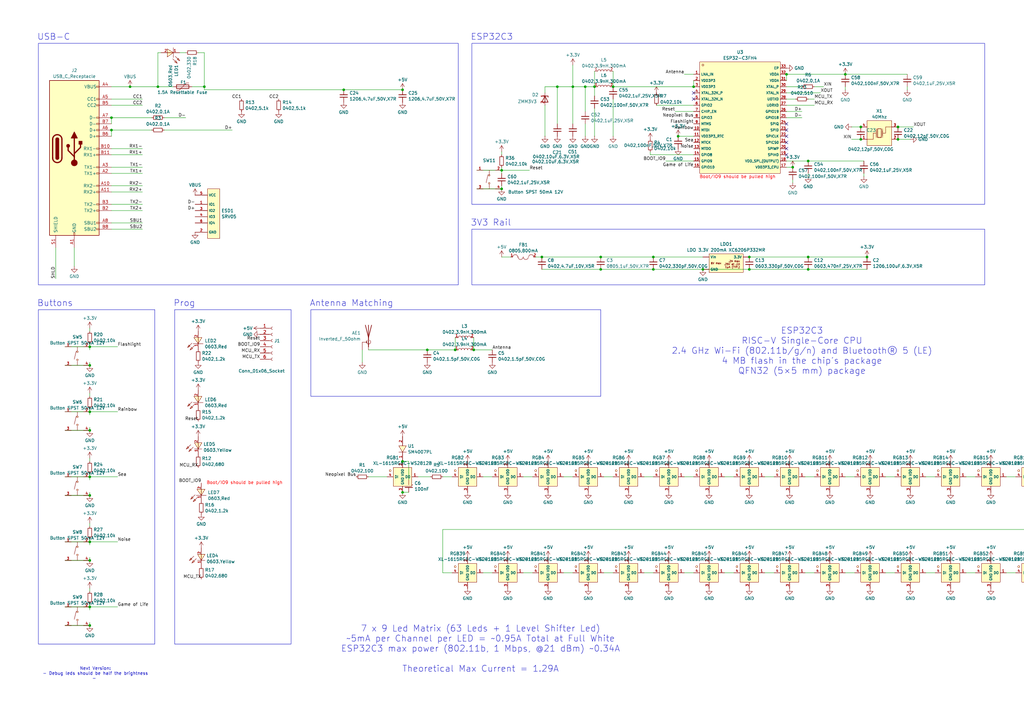
<source format=kicad_sch>
(kicad_sch (version 20231120) (generator "eeschema") (generator_version "8.0")
  (paper "A3")
  (title_block (title "WLED Matrix") (date "2024-07-29") (rev "1.0") (company "Kea Studios") (comment 1 "Chris Dirks"))
  (junction (at 165.1 201.93))
  (junction (at 322.58 30.48))
  (junction (at 36.83 248.92))
  (junction (at 36.83 168.91))
  (junction (at 36.83 176.53))
  (junction (at 36.83 222.25))
  (junction (at 368.3 52.07))
  (junction (at 36.83 203.2))
  (junction (at 355.6 105.41))
  (junction (at 45.72 48.26))
  (junction (at 284.48 35.56))
  (junction (at 240.03 35.56))
  (junction (at 53.34 35.56))
  (junction (at 288.29 110.49))
  (junction (at 36.83 142.24))
  (junction (at 331.47 66.04))
  (junction (at 205.74 69.85))
  (junction (at 140.97 36.83))
  (junction (at 251.46 35.56))
  (junction (at 234.95 35.56))
  (junction (at 246.38 105.41))
  (junction (at 165.1 36.83))
  (junction (at 307.34 105.41))
  (junction (at 175.26 143.51))
  (junction (at 64.77 35.56))
  (junction (at 228.6 35.56))
  (junction (at 267.97 105.41))
  (junction (at 278.13 55.88))
  (junction (at 368.3 57.15))
  (junction (at 307.34 110.49))
  (junction (at 83.82 35.56))
  (junction (at 353.06 52.07))
  (junction (at 36.83 149.86))
  (junction (at 194.31 143.51))
  (junction (at 325.12 68.58))
  (junction (at 186.69 143.51))
  (junction (at 36.83 195.58))
  (junction (at 353.06 57.15))
  (junction (at 222.25 105.41))
  (junction (at 243.84 35.56))
  (junction (at 36.83 256.54))
  (junction (at 205.74 77.47))
  (junction (at 331.47 110.49))
  (junction (at 331.47 105.41))
  (junction (at 346.71 30.48))
  (junction (at 267.97 110.49))
  (junction (at 246.38 110.49))
  (junction (at 45.72 53.34))
  (junction (at 36.83 229.87))
  (junction (at 165.1 189.23))
  (no_connect (at 284.48 40.64))
  (no_connect (at 322.58 50.8))
  (no_connect (at 322.58 58.42))
  (no_connect (at 610.87 234.95))
  (no_connect (at 322.58 60.96))
  (no_connect (at 322.58 63.5))
  (no_connect (at 322.58 53.34))
  (no_connect (at 322.58 55.88))
  (no_connect (at 284.48 38.1))
  (wire (pts (xy 247.65 195.58) (xy 251.46 195.58)))
  (wire (pts (xy 322.58 45.72) (xy 328.93 45.72)))
  (wire (pts (xy 45.72 53.34) (xy 45.72 55.88)))
  (wire (pts (xy 346.71 195.58) (xy 350.52 195.58)))
  (wire (pts (xy 577.85 234.95) (xy 581.66 234.95)))
  (wire (pts (xy 792.48 217.17) (xy 181.61 217.17)))
  (wire (pts (xy 322.58 66.04) (xy 331.47 66.04)))
  (wire (pts (xy 363.22 234.95) (xy 367.03 234.95)))
  (wire (pts (xy 429.26 234.95) (xy 433.07 234.95)))
  (wire (pts (xy 219.71 105.41) (xy 222.25 105.41)))
  (wire (pts (xy 346.71 234.95) (xy 350.52 234.95)))
  (wire (pts (xy 264.16 234.95) (xy 267.97 234.95)))
  (wire (pts (xy 627.38 195.58) (xy 631.19 195.58)))
  (wire (pts (xy 264.16 195.58) (xy 267.97 195.58)))
  (wire (pts (xy 266.7 63.5) (xy 266.7 62.23)))
  (wire (pts (xy 234.95 35.56) (xy 240.03 35.56)))
  (wire (pts (xy 693.42 195.58) (xy 697.23 195.58)))
  (wire (pts (xy 26.67 229.87) (xy 36.83 229.87)))
  (wire (pts (xy 251.46 35.56) (xy 284.48 35.56)))
  (wire (pts (xy 528.32 195.58) (xy 532.13 195.58)))
  (wire (pts (xy 165.1 201.93) (xy 167.64 201.93)))
  (wire (pts (xy 373.38 57.15) (xy 368.3 57.15)))
  (wire (pts (xy 284.48 63.5) (xy 266.7 63.5)))
  (wire (pts (xy 495.3 234.95) (xy 499.11 234.95)))
  (wire (pts (xy 45.72 48.26) (xy 62.23 48.26)))
  (wire (pts (xy 330.2 195.58) (xy 334.01 195.58)))
  (wire (pts (xy 223.52 35.56) (xy 228.6 35.56)))
  (wire (pts (xy 246.38 110.49) (xy 267.97 110.49)))
  (wire (pts (xy 45.72 35.56) (xy 53.34 35.56)))
  (wire (pts (xy 313.69 195.58) (xy 317.5 195.58)))
  (wire (pts (xy 349.25 52.07) (xy 353.06 52.07)))
  (wire (pts (xy 307.34 105.41) (xy 331.47 105.41)))
  (wire (pts (xy 198.12 195.58) (xy 201.93 195.58)))
  (wire (pts (xy 36.83 228.6) (xy 36.83 229.87)))
  (wire (pts (xy 45.72 53.34) (xy 62.23 53.34)))
  (wire (pts (xy 267.97 110.49) (xy 288.29 110.49)))
  (wire (pts (xy 396.24 234.95) (xy 400.05 234.95)))
  (wire (pts (xy 83.82 36.83) (xy 83.82 35.56)))
  (wire (pts (xy 214.63 234.95) (xy 218.44 234.95)))
  (wire (pts (xy 322.58 38.1) (xy 336.55 38.1)))
  (wire (pts (xy 243.84 44.45) (xy 243.84 55.88)))
  (wire (pts (xy 45.72 76.2) (xy 58.42 76.2)))
  (wire (pts (xy 151.13 195.58) (xy 158.75 195.58)))
  (wire (pts (xy 36.83 214.63) (xy 36.83 215.9)))
  (wire (pts (xy 511.81 195.58) (xy 515.62 195.58)))
  (wire (pts (xy 445.77 234.95) (xy 449.58 234.95)))
  (wire (pts (xy 151.13 143.51) (xy 175.26 143.51)))
  (wire (pts (xy 379.73 234.95) (xy 383.54 234.95)))
  (wire (pts (xy 544.83 195.58) (xy 548.64 195.58)))
  (wire (pts (xy 36.83 195.58) (xy 48.26 195.58)))
  (wire (pts (xy 53.34 35.56) (xy 64.77 35.56)))
  (wire (pts (xy 775.97 195.58) (xy 779.78 195.58)))
  (wire (pts (xy 26.67 203.2) (xy 36.83 203.2)))
  (wire (pts (xy 792.48 195.58) (xy 792.48 217.17)))
  (wire (pts (xy 742.95 195.58) (xy 746.76 195.58)))
  (wire (pts (xy 278.13 55.88) (xy 284.48 55.88)))
  (wire (pts (xy 45.72 83.82) (xy 58.42 83.82)))
  (wire (pts (xy 660.4 195.58) (xy 664.21 195.58)))
  (wire (pts (xy 45.72 78.74) (xy 58.42 78.74)))
  (wire (pts (xy 243.84 35.56) (xy 243.84 39.37)))
  (wire (pts (xy 528.32 234.95) (xy 532.13 234.95)))
  (wire (pts (xy 83.82 21.59) (xy 83.82 35.56)))
  (wire (pts (xy 462.28 234.95) (xy 466.09 234.95)))
  (wire (pts (xy 251.46 40.64) (xy 251.46 55.88)))
  (wire (pts (xy 83.82 21.59) (xy 81.28 21.59)))
  (wire (pts (xy 194.31 138.43) (xy 194.31 143.51)))
  (wire (pts (xy 445.77 195.58) (xy 449.58 195.58)))
  (wire (pts (xy 205.74 68.58) (xy 205.74 69.85)))
  (wire (pts (xy 83.82 35.56) (xy 78.74 35.56)))
  (wire (pts (xy 198.12 234.95) (xy 201.93 234.95)))
  (wire (pts (xy 709.93 195.58) (xy 713.74 195.58)))
  (wire (pts (xy 194.31 143.51) (xy 201.93 143.51)))
  (wire (pts (xy 243.84 29.21) (xy 243.84 35.56)))
  (wire (pts (xy 328.93 35.56) (xy 322.58 35.56)))
  (wire (pts (xy 167.64 189.23) (xy 165.1 189.23)))
  (wire (pts (xy 36.83 161.29) (xy 36.83 162.56)))
  (wire (pts (xy 26.67 195.58) (xy 36.83 195.58)))
  (wire (pts (xy 171.45 195.58) (xy 176.53 195.58)))
  (wire (pts (xy 561.34 234.95) (xy 565.15 234.95)))
  (wire (pts (xy 36.83 248.92) (xy 48.26 248.92)))
  (wire (pts (xy 284.48 33.02) (xy 284.48 35.56)))
  (wire (pts (xy 223.52 55.88) (xy 223.52 43.18)))
  (wire (pts (xy 331.47 72.39) (xy 331.47 71.12)))
  (wire (pts (xy 223.52 38.1) (xy 223.52 35.56)))
  (wire (pts (xy 240.03 35.56) (xy 243.84 35.56)))
  (wire (pts (xy 269.24 43.18) (xy 284.48 43.18)))
  (wire (pts (xy 313.69 234.95) (xy 317.5 234.95)))
  (wire (pts (xy 36.83 168.91) (xy 36.83 170.18)))
  (wire (pts (xy 67.31 53.34) (xy 95.25 53.34)))
  (wire (pts (xy 36.83 194.31) (xy 36.83 195.58)))
  (wire (pts (xy 322.58 68.58) (xy 325.12 68.58)))
  (wire (pts (xy 412.75 234.95) (xy 416.56 234.95)))
  (wire (pts (xy 26.67 168.91) (xy 36.83 168.91)))
  (wire (pts (xy 36.83 195.58) (xy 36.83 196.85)))
  (wire (pts (xy 331.47 110.49) (xy 355.6 110.49)))
  (wire (pts (xy 36.83 222.25) (xy 48.26 222.25)))
  (wire (pts (xy 246.38 105.41) (xy 267.97 105.41)))
  (wire (pts (xy 478.79 234.95) (xy 482.6 234.95)))
  (wire (pts (xy 26.67 149.86) (xy 36.83 149.86)))
  (wire (pts (xy 45.72 48.26) (xy 45.72 50.8)))
  (wire (pts (xy 511.81 234.95) (xy 515.62 234.95)))
  (wire (pts (xy 64.77 21.59) (xy 64.77 35.56)))
  (wire (pts (xy 195.58 69.85) (xy 205.74 69.85)))
  (wire (pts (xy 195.58 77.47) (xy 205.74 77.47)))
  (wire (pts (xy 228.6 50.8) (xy 228.6 35.56)))
  (wire (pts (xy 334.01 35.56) (xy 337.82 35.56)))
  (wire (pts (xy 240.03 50.8) (xy 240.03 55.88)))
  (wire (pts (xy 396.24 195.58) (xy 400.05 195.58)))
  (wire (pts (xy 26.67 248.92) (xy 36.83 248.92)))
  (wire (pts (xy 334.01 40.64) (xy 331.47 40.64)))
  (wire (pts (xy 73.66 21.59) (xy 76.2 21.59)))
  (wire (pts (xy 165.1 36.83) (xy 140.97 36.83)))
  (wire (pts (xy 349.25 57.15) (xy 353.06 57.15)))
  (wire (pts (xy 346.71 30.48) (xy 372.11 30.48)))
  (wire (pts (xy 594.36 195.58) (xy 598.17 195.58)))
  (wire (pts (xy 297.18 195.58) (xy 300.99 195.58)))
  (wire (pts (xy 181.61 195.58) (xy 185.42 195.58)))
  (wire (pts (xy 267.97 105.41) (xy 288.29 105.41)))
  (wire (pts (xy 36.83 241.3) (xy 36.83 242.57)))
  (wire (pts (xy 26.67 176.53) (xy 36.83 176.53)))
  (wire (pts (xy 594.36 234.95) (xy 598.17 234.95)))
  (wire (pts (xy 36.83 187.96) (xy 36.83 189.23)))
  (wire (pts (xy 372.11 36.83) (xy 372.11 35.56)))
  (wire (pts (xy 240.03 45.72) (xy 240.03 35.56)))
  (wire (pts (xy 363.22 195.58) (xy 367.03 195.58)))
  (wire (pts (xy 222.25 110.49) (xy 246.38 110.49)))
  (wire (pts (xy 36.83 142.24) (xy 36.83 143.51)))
  (wire (pts (xy 610.87 195.58) (xy 614.68 195.58)))
  (wire (pts (xy 544.83 234.95) (xy 548.64 234.95)))
  (wire (pts (xy 36.83 222.25) (xy 36.83 223.52)))
  (wire (pts (xy 45.72 86.36) (xy 58.42 86.36)))
  (wire (pts (xy 273.05 66.04) (xy 284.48 66.04)))
  (wire (pts (xy 322.58 40.64) (xy 326.39 40.64)))
  (wire (pts (xy 148.59 148.59) (xy 148.59 143.51)))
  (wire (pts (xy 276.86 45.72) (xy 284.48 45.72)))
  (wire (pts (xy 36.83 248.92) (xy 36.83 250.19)))
  (wire (pts (xy 175.26 143.51) (xy 186.69 143.51)))
  (wire (pts (xy 374.65 52.07) (xy 368.3 52.07)))
  (wire (pts (xy 67.31 48.26) (xy 76.2 48.26)))
  (wire (pts (xy 205.74 69.85) (xy 205.74 71.12)))
  (wire (pts (xy 251.46 29.21) (xy 251.46 35.56)))
  (wire (pts (xy 354.33 72.39) (xy 354.33 71.12)))
  (wire (pts (xy 71.12 35.56) (xy 64.77 35.56)))
  (wire (pts (xy 247.65 234.95) (xy 251.46 234.95)))
  (wire (pts (xy 36.83 247.65) (xy 36.83 248.92)))
  (wire (pts (xy 280.67 234.95) (xy 284.48 234.95)))
  (wire (pts (xy 205.74 69.85) (xy 217.17 69.85)))
  (wire (pts (xy 30.48 101.6) (xy 30.48 109.22)))
  (wire (pts (xy 334.01 43.18) (xy 322.58 43.18)))
  (wire (pts (xy 478.79 195.58) (xy 482.6 195.58)))
  (wire (pts (xy 577.85 195.58) (xy 581.66 195.58)))
  (wire (pts (xy 45.72 63.5) (xy 58.42 63.5)))
  (wire (pts (xy 643.89 195.58) (xy 647.7 195.58)))
  (wire (pts (xy 36.83 175.26) (xy 36.83 176.53)))
  (wire (pts (xy 222.25 105.41) (xy 246.38 105.41)))
  (wire (pts (xy 231.14 234.95) (xy 234.95 234.95)))
  (wire (pts (xy 676.91 195.58) (xy 680.72 195.58)))
  (wire (pts (xy 288.29 110.49) (xy 307.34 110.49)))
  (wire (pts (xy 297.18 234.95) (xy 300.99 234.95)))
  (wire (pts (xy 280.67 195.58) (xy 284.48 195.58)))
  (wire (pts (xy 322.58 30.48) (xy 346.71 30.48)))
  (wire (pts (xy 181.61 234.95) (xy 185.42 234.95)))
  (wire (pts (xy 36.83 142.24) (xy 48.26 142.24)))
  (wire (pts (xy 214.63 195.58) (xy 218.44 195.58)))
  (wire (pts (xy 231.14 195.58) (xy 234.95 195.58)))
  (wire (pts (xy 45.72 60.96) (xy 58.42 60.96)))
  (wire (pts (xy 379.73 195.58) (xy 383.54 195.58)))
  (wire (pts (xy 429.26 195.58) (xy 433.07 195.58)))
  (wire (pts (xy 234.95 50.8) (xy 234.95 35.56)))
  (wire (pts (xy 45.72 71.12) (xy 58.42 71.12)))
  (wire (pts (xy 228.6 35.56) (xy 234.95 35.56)))
  (wire (pts (xy 36.83 255.27) (xy 36.83 256.54)))
  (wire (pts (xy 331.47 105.41) (xy 355.6 105.41)))
  (wire (pts (xy 495.3 195.58) (xy 499.11 195.58)))
  (wire (pts (xy 45.72 43.18) (xy 58.42 43.18)))
  (wire (pts (xy 307.34 110.49) (xy 331.47 110.49)))
  (wire (pts (xy 331.47 66.04) (xy 354.33 66.04)))
  (wire (pts (xy 561.34 195.58) (xy 565.15 195.58)))
  (wire (pts (xy 26.67 256.54) (xy 36.83 256.54)))
  (wire (pts (xy 83.82 36.83) (xy 140.97 36.83)))
  (wire (pts (xy 322.58 30.48) (xy 322.58 33.02)))
  (wire (pts (xy 26.67 142.24) (xy 36.83 142.24)))
  (wire (pts (xy 205.74 76.2) (xy 205.74 77.47)))
  (wire (pts (xy 36.83 168.91) (xy 48.26 168.91)))
  (wire (pts (xy 36.83 140.97) (xy 36.83 142.24)))
  (wire (pts (xy 36.83 148.59) (xy 36.83 149.86)))
  (wire (pts (xy 234.95 26.67) (xy 234.95 35.56)))
  (wire (pts (xy 209.55 105.41) (xy 205.74 105.41)))
  (wire (pts (xy 45.72 40.64) (xy 58.42 40.64)))
  (wire (pts (xy 36.83 167.64) (xy 36.83 168.91)))
  (wire (pts (xy 330.2 234.95) (xy 334.01 234.95)))
  (wire (pts (xy 325.12 74.93) (xy 325.12 73.66)))
  (wire (pts (xy 322.58 48.26) (xy 328.93 48.26)))
  (wire (pts (xy 759.46 195.58) (xy 763.27 195.58)))
  (wire (pts (xy 66.04 21.59) (xy 64.77 21.59)))
  (wire (pts (xy 45.72 91.44) (xy 58.42 91.44)))
  (wire (pts (xy 346.71 36.83) (xy 346.71 35.56)))
  (wire (pts (xy 22.86 101.6) (xy 22.86 114.3)))
  (wire (pts (xy 167.64 196.85) (xy 167.64 189.23)))
  (wire (pts (xy 412.75 195.58) (xy 416.56 195.58)))
  (wire (pts (xy 26.67 222.25) (xy 36.83 222.25)))
  (wire (pts (xy 205.74 62.23) (xy 205.74 63.5)))
  (wire (pts (xy 186.69 138.43) (xy 186.69 143.51)))
  (wire (pts (xy 36.83 201.93) (xy 36.83 203.2)))
  (wire (pts (xy 280.67 30.48) (xy 284.48 30.48)))
  (wire (pts (xy 45.72 68.58) (xy 58.42 68.58)))
  (wire (pts (xy 36.83 220.98) (xy 36.83 222.25)))
  (wire (pts (xy 726.44 195.58) (xy 730.25 195.58)))
  (wire (pts (xy 181.61 217.17) (xy 181.61 234.95)))
  (wire (pts (xy 36.83 134.62) (xy 36.83 135.89)))
  (wire (pts (xy 45.72 93.98) (xy 58.42 93.98)))
  (wire (pts (xy 462.28 195.58) (xy 466.09 195.58)))
  (rectangle (start 71.628 127) (end 119.38 264.16))
  (rectangle (start 127.508 127) (end 246.38 162.56))
  (rectangle (start 193.548 93.98) (end 403.86 116.84))
  (rectangle (start 15.748 17.78) (end 187.96 116.84))
  (rectangle (start 15.748 127) (end 63.5 264.16))
  (rectangle (start 193.548 17.78) (end 403.86 83.82))
  (text "Boot/IO9 should be pulled high" (at 302.514 72.644 0) (effects (font (size 1.27 1.27))))
  (text "Prog" (at 71.12 124.46 0) (effects (font (size 2.56 2.56)) (justify left)))
  (text "Next Version:\n- Debug leds should be half the brightness\n- " (at 39.116 276.352 0) (effects (font (size 1.27 1.27))))
  (text "ESP32C3\nRISC-V Single-Core CPU\n2.4 GHz Wi-Fi (802.11b/g/n) and Bluetooth® 5 (LE)\n4 MB flash in the chip's package\nQFN32 (5×5 mm) package" (at 328.93 144.018 0) (effects (font (size 2.56 2.56))))
  (text "Buttons" (at 15.24 124.46 0) (effects (font (size 2.56 2.56)) (justify left)))
  (text "ESP32C3" (at 193.04 15.24 0) (effects (font (size 2.56 2.56)) (justify left)))
  (text "7 x 9 Led Matrix (63 Leds + 1 Level Shifter Led)\n~5mA per Channel per LED = ~0.95A Total at Full White\nESP32C3 max power (802.11b, 1 Mbps, @21 dBm) ~0.34A\n\nTheoretical Max Current = 1.29A\n" (at 197.104 266.192 0) (effects (font (size 2.56 2.56))))
  (text "Boot/IO9 should be pulled high" (at 100.33 198.12 0) (effects (font (size 1.27 1.27))))
  (text "Antenna Matching" (at 127 124.46 0) (effects (font (size 2.56 2.56)) (justify left)))
  (text "3V3 Rail" (at 193.04 91.44 0) (effects (font (size 2.56 2.56)) (justify left)))
  (text "USB-C" (at 15.24 15.24 0) (effects (font (size 2.56 2.56)) (justify left)))
  (label "Flashlight" (at 48.26 142.24 0))
  (label "TX2-" (at 58.42 83.82 180))
  (label "MCU_RX" (at 334.01 43.18 0))
  (label "XIN" (at 349.25 57.15 180))
  (label "Reset" (at 106.68 139.7 180))
  (label "Neopixel Bus" (at 284.48 48.26 180))
  (label "D-" (at 328.93 48.26 180))
  (label "RX2-" (at 58.42 76.2 180))
  (label "Noise" (at 284.48 60.96 180))
  (label "Game of Life" (at 48.26 248.92 0))
  (label "Neopixel Bus" (at 146.05 195.58 180))
  (label "Game of Life" (at 284.48 68.58 180))
  (label "Reset" (at 217.17 69.85 0))
  (label "XIN" (at 337.82 35.56 0))
  (label "SHLD" (at 22.86 114.3 90))
  (label "BOOT_IO9" (at 273.05 66.04 180))
  (label "D-" (at 76.2 48.26 180))
  (label "RX1-" (at 58.42 60.96 180))
  (label "CC1" (at 99.06 40.64 180))
  (label "SBU2" (at 58.42 93.98 180))
  (label "Rainbow" (at 284.48 53.34 180))
  (label "CC2" (at 114.3 40.64 180))
  (label "MCU_RX" (at 81.28 191.77 180))
  (label "BOOT_IO9" (at 82.55 198.12 180))
  (label "SBU1" (at 58.42 91.44 180))
  (label "Antenna" (at 280.67 30.48 180))
  (label "Flashlight" (at 284.48 50.8 180))
  (label "CC1" (at 58.42 40.64 180))
  (label "XOUT" (at 374.65 52.07 0))
  (label "RX2+" (at 58.42 78.74 180))
  (label "TX1+" (at 58.42 71.12 180))
  (label "Noise" (at 48.26 222.25 0))
  (label "Reset" (at 276.86 45.72 180))
  (label "Rainbow" (at 48.26 168.91 0))
  (label "D+" (at 328.93 45.72 180))
  (label "MCU_TX" (at 82.55 237.49 180))
  (label "BOOT_IO9" (at 106.68 142.24 180))
  (label "TX2+" (at 58.42 86.36 180))
  (label "Sea" (at 284.48 58.42 180))
  (label "MCU_TX" (at 106.68 147.32 180))
  (label "Reset" (at 81.28 172.72 180))
  (label "MCU_RX" (at 106.68 144.78 180))
  (label "MCU_TX" (at 334.01 40.64 0))
  (label "Antenna" (at 201.93 143.51 0))
  (label "D-" (at 80.01 83.82 180))
  (label "XOUT" (at 336.55 38.1 0))
  (label "TX1-" (at 58.42 68.58 180))
  (label "D+" (at 80.01 86.36 180))
  (label "D+" (at 95.25 53.34 180))
  (label "Sea" (at 48.26 195.58 0))
  (label "CC2" (at 58.42 43.18 180))
  (label "RX1+" (at 58.42 63.5 180))
  (symbol (lib_id "jlcpcb-basic-resistor:0402,10k") (at 269.24 40.64 0) (unit 1)
    (property "Reference" "R7" (at 270.7386 39.4278 0) (effects (justify left)))
    (property "Value" "0402,10k" (at 270.7386 41.8521 0) (effects (justify left)))
    (property "Footprint" "footprint:0402_1005Metric" (effects (hide yes)))
    (property "Datasheet" "https://datasheet.lcsc.com/lcsc/2110260030_UNI-ROYAL-Uniroyal-Elec-0402WGF1002TCE_C25744.pdf" (effects (hide yes)))
    (property "Description" "1% 1 16W Thick Film Resistors 50V   100ppm    -55    155   10k   0402 Chip Resistor - Surface Mount ROHS" (effects (hide yes)))
    (property "LCSC" "C25744" (effects (hide yes)))
    (property "MFG" "UNI-ROYAL(Uniroyal Elec)" (effects (hide yes)))
    (property "MFGPN" "0402WGF1002TCE" (effects (hide yes)))
  )
  (symbol (lib_id "power:GND") (at 223.52 55.88 0) (unit 1)
    (property "Reference" "#PWR083" (effects (hide yes)))
    (property "Value" "GND" (at 223.52 60.0131 0))
    (property "Description" "Power symbol creates a global label with name \"GND\" , ground" (effects (hide yes)))
  )
  (symbol (lib_id "power:+5V") (at 340.36 189.23 0) (unit 1)
    (property "Reference" "#PWR048" (effects (hide yes)))
    (property "Value" "+5V" (at 340.36 185.0969 0))
    (property "Description" "Power symbol creates a global label with name \"+5V\"" (effects (hide yes)))
  )
  (symbol (lib_id "XL-1615RGBC-WS2812B:XL-1615RGBC-WS2812B") (at 621.03 195.58 0) (unit 1)
    (property "Reference" "RGB28" (at 616.966 187.706 0))
    (property "Value" "XL-1615RGBC-WS2812B" (at 621.03 189.992 0))
    (property "Footprint" "footprint:LED-SMD_4P-L1.6-W1.5_XL-1615RGBC-WS2812B" (effects (hide yes)))
    (property "Datasheet" "https://atta.szlcsc.com/upload/public/pdf/source/20230111/5AD58278EBED6B6650A81C53A19BF314.pdf" (effects (hide yes)))
    (property "LCSC" "C5349954" (effects (hide yes)))
  )
  (symbol (lib_id "power:GND") (at 472.44 241.3 0) (unit 1)
    (property "Reference" "#PWR0168" (effects (hide yes)))
    (property "Value" "GND" (at 472.44 245.4331 0))
    (property "Description" "Power symbol creates a global label with name \"GND\" , ground" (effects (hide yes)))
  )
  (symbol (lib_id "jlcpcb-basic-resistor:0402,10k") (at 36.83 165.1 0) (unit 1)
    (property "Reference" "R21" (at 38.3286 163.8878 0) (effects (justify left)))
    (property "Value" "0402,10k" (at 38.3286 166.3121 0) (effects (justify left)))
    (property "Footprint" "footprint:0402_1005Metric" (effects (hide yes)))
    (property "Datasheet" "https://datasheet.lcsc.com/lcsc/2110260030_UNI-ROYAL-Uniroyal-Elec-0402WGF1002TCE_C25744.pdf" (effects (hide yes)))
    (property "Description" "1% 1 16W Thick Film Resistors 50V   100ppm    -55    155   10k   0402 Chip Resistor - Surface Mount ROHS" (effects (hide yes)))
    (property "LCSC" "C25744" (effects (hide yes)))
    (property "MFG" "UNI-ROYAL(Uniroyal Elec)" (effects (hide yes)))
    (property "MFGPN" "0402WGF1002TCE" (effects (hide yes)))
  )
  (symbol (lib_id "power:+5V") (at 538.48 228.6 0) (unit 1)
    (property "Reference" "#PWR0175" (effects (hide yes)))
    (property "Value" "+5V" (at 538.48 224.4669 0))
    (property "Description" "Power symbol creates a global label with name \"+5V\"" (effects (hide yes)))
  )
  (symbol (lib_id "jlcpcb-chips-crystals:12MHz 20pF ±10ppm") (at 360.68 54.61 0) (unit 1)
    (property "Reference" "X1" (at 360.68 45.5125 0))
    (property "Value" "40Mhz" (at 360.68 47.9368 0))
    (property "Footprint" "footprint:OSC-SMD_4P-L3.2-W2.5-BL" (effects (hide yes)))
    (property "Datasheet" "https://item.szlcsc.com/15866.html" (effects (hide yes)))
  )
  (symbol (lib_id "power:+3.3V") (at 278.13 55.88 0) (unit 1)
    (property "Reference" "#PWR010" (effects (hide yes)))
    (property "Value" "+3.3V" (at 278.13 51.7469 0))
    (property "Description" "Power symbol creates a global label with name \"+3.3V\"" (effects (hide yes)))
  )
  (symbol (lib_id "power:GND") (at 325.12 74.93 0) (unit 1)
    (property "Reference" "#PWR091" (effects (hide yes)))
    (property "Value" "GND" (at 325.12 79.0631 0))
    (property "Description" "Power symbol creates a global label with name \"GND\" , ground" (effects (hide yes)))
  )
  (symbol (lib_id "power:GND") (at 241.3 241.3 0) (unit 1)
    (property "Reference" "#PWR0140" (effects (hide yes)))
    (property "Value" "GND" (at 241.3 245.4331 0))
    (property "Description" "Power symbol creates a global label with name \"GND\" , ground" (effects (hide yes)))
  )
  (symbol (lib_id "XL-1615RGBC-WS2812B:XL-1615RGBC-WS2812B") (at 274.32 195.58 0) (unit 1)
    (property "Reference" "RGB7" (at 270.256 187.706 0))
    (property "Value" "XL-1615RGBC-WS2812B" (at 274.32 189.992 0))
    (property "Footprint" "footprint:LED-SMD_4P-L1.6-W1.5_XL-1615RGBC-WS2812B" (effects (hide yes)))
    (property "Datasheet" "https://atta.szlcsc.com/upload/public/pdf/source/20230111/5AD58278EBED6B6650A81C53A19BF314.pdf" (effects (hide yes)))
    (property "LCSC" "C5349954" (effects (hide yes)))
  )
  (symbol (lib_id "jlcpcb-basic-resistor:0402,10k") (at 205.74 66.04 0) (unit 1)
    (property "Reference" "R36" (at 207.2386 64.8278 0) (effects (justify left)))
    (property "Value" "0402,10k" (at 207.2386 67.2521 0) (effects (justify left)))
    (property "Footprint" "footprint:0402_1005Metric" (effects (hide yes)))
    (property "Datasheet" "https://datasheet.lcsc.com/lcsc/2110260030_UNI-ROYAL-Uniroyal-Elec-0402WGF1002TCE_C25744.pdf" (effects (hide yes)))
    (property "Description" "1% 1 16W Thick Film Resistors 50V   100ppm    -55    155   10k   0402 Chip Resistor - Surface Mount ROHS" (effects (hide yes)))
    (property "LCSC" "C25744" (effects (hide yes)))
    (property "MFG" "UNI-ROYAL(Uniroyal Elec)" (effects (hide yes)))
    (property "MFGPN" "0402WGF1002TCE" (effects (hide yes)))
  )
  (symbol (lib_id "power:GND") (at 165.1 41.91 0) (unit 1)
    (property "Reference" "#PWR035" (effects (hide yes)))
    (property "Value" "GND" (at 165.1 46.0431 0))
    (property "Description" "Power symbol creates a global label with name \"GND\" , ground" (effects (hide yes)))
  )
  (symbol (lib_id "jlcpcb-diodes:0603,Red") (at 81.28 139.7 90) (unit 1)
    (property "Reference" "LED2" (at 83.947 139.7578 90) (effects (justify right)))
    (property "Value" "0603,Red" (at 83.947 142.1821 90) (effects (justify right)))
    (property "Footprint" "footprint:LED0603" (effects (hide yes)))
    (property "Datasheet" "https://item.szlcsc.com/347874.html" (effects (hide yes)))
    (property "LCSC" "C2286" (effects (hide yes)))
  )
  (symbol (lib_id "power:+5V") (at 274.32 189.23 0) (unit 1)
    (property "Reference" "#PWR031" (effects (hide yes)))
    (property "Value" "+5V" (at 274.32 185.0969 0))
    (property "Description" "Power symbol creates a global label with name \"+5V\"" (effects (hide yes)))
  )
  (symbol (lib_id "power:GND") (at 538.48 241.3 0) (unit 1)
    (property "Reference" "#PWR0176" (effects (hide yes)))
    (property "Value" "GND" (at 538.48 245.4331 0))
    (property "Description" "Power symbol creates a global label with name \"GND\" , ground" (effects (hide yes)))
  )
  (symbol (lib_id "jlcpcb-basic-resistor:0402,100") (at 148.59 195.58 90) (unit 1)
    (property "Reference" "R1" (at 148.59 190.6989 90))
    (property "Value" "0402,100" (at 148.59 193.1232 90))
    (property "Footprint" "footprint:0402_1005Metric" (effects (hide yes)))
    (property "Datasheet" "https://datasheet.lcsc.com/lcsc/2110252230_UNI-ROYAL-Uniroyal-Elec-0402WGF1000TCE_C25076.pdf" (effects (hide yes)))
    (property "Description" "1% 1 16W Thick Film Resistors 50V   200ppm    -55    155   100   0402 Chip Resistor - Surface Mount ROHS" (effects (hide yes)))
    (property "LCSC" "C25076" (effects (hide yes)))
    (property "MFG" "UNI-ROYAL(Uniroyal Elec)" (effects (hide yes)))
    (property "MFGPN" "0402WGF1000TCE" (effects (hide yes)))
  )
  (symbol (lib_id "power:+5V") (at 455.93 189.23 0) (unit 1)
    (property "Reference" "#PWR066" (effects (hide yes)))
    (property "Value" "+5V" (at 455.93 185.0969 0))
    (property "Description" "Power symbol creates a global label with name \"+5V\"" (effects (hide yes)))
  )
  (symbol (lib_id "XL-1615RGBC-WS2812B:XL-1615RGBC-WS2812B") (at 488.95 234.95 0) (unit 1)
    (property "Reference" "RGB57" (at 484.886 227.076 0))
    (property "Value" "XL-1615RGBC-WS2812B" (at 488.95 229.362 0))
    (property "Footprint" "footprint:LED-SMD_4P-L1.6-W1.5_XL-1615RGBC-WS2812B" (effects (hide yes)))
    (property "Datasheet" "https://atta.szlcsc.com/upload/public/pdf/source/20230111/5AD58278EBED6B6650A81C53A19BF314.pdf" (effects (hide yes)))
    (property "LCSC" "C5349954" (effects (hide yes)))
  )
  (symbol (lib_id "power:GND") (at 322.58 27.94 90) (unit 1)
    (property "Reference" "#PWR011" (effects (hide yes)))
    (property "Value" "GND" (at 325.755 27.94 90) (effects (justify right)))
    (property "Description" "Power symbol creates a global label with name \"GND\" , ground" (effects (hide yes)))
  )
  (symbol (lib_id "power:+5V") (at 786.13 189.23 0) (unit 1)
    (property "Reference" "#PWR0131" (effects (hide yes)))
    (property "Value" "+5V" (at 786.13 185.0969 0))
    (property "Description" "Power symbol creates a global label with name \"+5V\"" (effects (hide yes)))
  )
  (symbol (lib_id "power:+5V") (at 488.95 228.6 0) (unit 1)
    (property "Reference" "#PWR0169" (effects (hide yes)))
    (property "Value" "+5V" (at 488.95 224.4669 0))
    (property "Description" "Power symbol creates a global label with name \"+5V\"" (effects (hide yes)))
  )
  (symbol (lib_id "power:+5V") (at 290.83 228.6 0) (unit 1)
    (property "Reference" "#PWR0145" (effects (hide yes)))
    (property "Value" "+5V" (at 290.83 224.4669 0))
    (property "Description" "Power symbol creates a global label with name \"+5V\"" (effects (hide yes)))
  )
  (symbol (lib_id "XL-1615RGBC-WS2812B:XL-1615RGBC-WS2812B") (at 241.3 195.58 0) (unit 1)
    (property "Reference" "RGB5" (at 237.236 187.706 0))
    (property "Value" "XL-1615RGBC-WS2812B" (at 241.3 189.992 0))
    (property "Footprint" "footprint:LED-SMD_4P-L1.6-W1.5_XL-1615RGBC-WS2812B" (effects (hide yes)))
    (property "Datasheet" "https://atta.szlcsc.com/upload/public/pdf/source/20230111/5AD58278EBED6B6650A81C53A19BF314.pdf" (effects (hide yes)))
    (property "LCSC" "C5349954" (effects (hide yes)))
  )
  (symbol (lib_id "jlcpcb-diodes:SRV05") (at 85.09 87.63 0) (unit 1)
    (property "Reference" "ESD1" (at 90.805 86.4178 0) (effects (justify left)))
    (property "Value" "SRV05" (at 90.805 88.8421 0) (effects (justify left)))
    (property "Footprint" "footprint:SOT-23-6_L2.9-W1.6-P0.95-LS2.8-BR" (effects (hide yes)))
    (property "Datasheet" "https://item.szlcsc.com/169042.html" (effects (hide yes)))
    (property "LCSC" "C85364" (effects (hide yes)))
  )
  (symbol (lib_id "power:+5V") (at 340.36 228.6 0) (unit 1)
    (property "Reference" "#PWR0151" (effects (hide yes)))
    (property "Value" "+5V" (at 340.36 224.4669 0))
    (property "Description" "Power symbol creates a global label with name \"+5V\"" (effects (hide yes)))
  )
  (symbol (lib_id "power:+5V") (at 356.87 228.6 0) (unit 1)
    (property "Reference" "#PWR0153" (effects (hide yes)))
    (property "Value" "+5V" (at 356.87 224.4669 0))
    (property "Description" "Power symbol creates a global label with name \"+5V\"" (effects (hide yes)))
  )
  (symbol (lib_id "XL-1615RGBC-WS2812B:XL-1615RGBC-WS2812B") (at 257.81 195.58 0) (unit 1)
    (property "Reference" "RGB6" (at 253.746 187.706 0))
    (property "Value" "XL-1615RGBC-WS2812B" (at 257.81 189.992 0))
    (property "Footprint" "footprint:LED-SMD_4P-L1.6-W1.5_XL-1615RGBC-WS2812B" (effects (hide yes)))
    (property "Datasheet" "https://atta.szlcsc.com/upload/public/pdf/source/20230111/5AD58278EBED6B6650A81C53A19BF314.pdf" (effects (hide yes)))
    (property "LCSC" "C5349954" (effects (hide yes)))
  )
  (symbol (lib_id "jlcpcb-diodes:0603,Red") (at 69.85 21.59 180) (unit 1)
    (property "Reference" "LED1" (at 72.3322 26.543 90) (effects (justify left)))
    (property "Value" "0603,Red" (at 69.9079 26.543 90) (effects (justify left)))
    (property "Footprint" "footprint:LED0603" (effects (hide yes)))
    (property "Datasheet" "https://item.szlcsc.com/347874.html" (effects (hide yes)))
    (property "LCSC" "C2286" (effects (hide yes)))
  )
  (symbol (lib_id "jlcpcb-basic-capacitor:0402,100nF,50V,X7R ") (at 331.47 68.58 0) (unit 1)
    (property "Reference" "C54" (at 333.7814 67.3678 0) (effects (justify left)))
    (property "Value" "0402,100nF,50V,X7R" (at 333.7814 69.7921 0) (effects (justify left)))
    (property "Footprint" "footprint:0402_1005Metric" (effects (hide yes)))
    (property "Datasheet" "https://datasheet.lcsc.com/lcsc/1810191222_Samsung-Electro-Mechanics-CL05B104KB54PNC_C307331.pdf" (effects (hide yes)))
    (property "Description" "50V 100nF X7R   10% 0402 Multilayer Ceramic Capacitors MLCC - SMD SMT ROHS" (effects (hide yes)))
    (property "LCSC" "C307331" (effects (hide yes)))
    (property "MFG" "Samsung Electro-Mechanics" (effects (hide yes)))
    (property "MFGPN" "CL05B104KB54PNC" (effects (hide yes)))
  )
  (symbol (lib_id "Device:Antenna_Shield") (at 151.13 138.43 0) (mirror y) (unit 1)
    (property "Reference" "AE1" (at 147.955 136.5828 0) (effects (justify left)))
    (property "Value" "Inverted_F_50ohm" (at 147.955 139.0071 0) (effects (justify left)))
    (property "Footprint" "Inverted_F_Antenna_2.4Ghz_1.0mmPCB_TI_CC2430DB:Inverted_F_Antenna_2.4Ghz_1.0mmPCB_TI_CC2430DB.pretty" (effects (hide yes)))
    (property "Description" "Antenna with extra pin for shielding" (effects (hide yes)))
  )
  (symbol (lib_id "power:+5V") (at 406.4 228.6 0) (unit 1)
    (property "Reference" "#PWR0159" (effects (hide yes)))
    (property "Value" "+5V" (at 406.4 224.4669 0))
    (property "Description" "Power symbol creates a global label with name \"+5V\"" (effects (hide yes)))
  )
  (symbol (lib_id "power:+5V") (at 654.05 189.23 0) (unit 1)
    (property "Reference" "#PWR0115" (effects (hide yes)))
    (property "Value" "+5V" (at 654.05 185.0969 0))
    (property "Description" "Power symbol creates a global label with name \"+5V\"" (effects (hide yes)))
  )
  (symbol (lib_id "power:+5V") (at 604.52 228.6 0) (unit 1)
    (property "Reference" "#PWR0183" (effects (hide yes)))
    (property "Value" "+5V" (at 604.52 224.4669 0))
    (property "Description" "Power symbol creates a global label with name \"+5V\"" (effects (hide yes)))
  )
  (symbol (lib_id "power:+5V") (at 205.74 105.41 0) (unit 1)
    (property "Reference" "#PWR07" (effects (hide yes)))
    (property "Value" "+5V" (at 205.74 101.2769 0))
    (property "Description" "Power symbol creates a global label with name \"+5V\"" (effects (hide yes)))
  )
  (symbol (lib_id "power:GND") (at 422.91 201.93 0) (unit 1)
    (property "Reference" "#PWR063" (effects (hide yes)))
    (property "Value" "GND" (at 422.91 206.0631 0))
    (property "Description" "Power symbol creates a global label with name \"GND\" , ground" (effects (hide yes)))
  )
  (symbol (lib_id "power:+5V") (at 720.09 189.23 0) (unit 1)
    (property "Reference" "#PWR0123" (effects (hide yes)))
    (property "Value" "+5V" (at 720.09 185.0969 0))
    (property "Description" "Power symbol creates a global label with name \"+5V\"" (effects (hide yes)))
  )
  (symbol (lib_id "jlcpcb-basic-resistor:0402,10k") (at 266.7 59.69 0) (unit 1)
    (property "Reference" "R4" (at 268.1986 58.4778 0) (effects (justify left)))
    (property "Value" "0402,10k" (at 268.1986 60.9021 0) (effects (justify left)))
    (property "Footprint" "footprint:0402_1005Metric" (effects (hide yes)))
    (property "Datasheet" "https://datasheet.lcsc.com/lcsc/2110260030_UNI-ROYAL-Uniroyal-Elec-0402WGF1002TCE_C25744.pdf" (effects (hide yes)))
    (property "Description" "1% 1 16W Thick Film Resistors 50V   100ppm    -55    155   10k   0402 Chip Resistor - Surface Mount ROHS" (effects (hide yes)))
    (property "LCSC" "C25744" (effects (hide yes)))
    (property "MFG" "UNI-ROYAL(Uniroyal Elec)" (effects (hide yes)))
    (property "MFGPN" "0402WGF1002TCE" (effects (hide yes)))
  )
  (symbol (lib_id "XL-1615RGBC-WS2812B:XL-1615RGBC-WS2812B") (at 224.79 234.95 0) (unit 1)
    (property "Reference" "RGB41" (at 220.726 227.076 0))
    (property "Value" "XL-1615RGBC-WS2812B" (at 224.79 229.362 0))
    (property "Footprint" "footprint:LED-SMD_4P-L1.6-W1.5_XL-1615RGBC-WS2812B" (effects (hide yes)))
    (property "Datasheet" "https://atta.szlcsc.com/upload/public/pdf/source/20230111/5AD58278EBED6B6650A81C53A19BF314.pdf" (effects (hide yes)))
    (property "LCSC" "C5349954" (effects (hide yes)))
  )
  (symbol (lib_id "power:GND") (at 637.54 201.93 0) (unit 1)
    (property "Reference" "#PWR0114" (effects (hide yes)))
    (property "Value" "GND" (at 637.54 206.0631 0))
    (property "Description" "Power symbol creates a global label with name \"GND\" , ground" (effects (hide yes)))
  )
  (symbol (lib_id "power:+5V") (at 106.68 134.62 90) (unit 1)
    (property "Reference" "#PWR022" (effects (hide yes)))
    (property "Value" "+5V" (at 101.6 134.62 90))
    (property "Description" "Power symbol creates a global label with name \"+5V\"" (effects (hide yes)))
  )
  (symbol (lib_id "XL-1615RGBC-WS2812B:XL-1615RGBC-WS2812B") (at 455.93 234.95 0) (unit 1)
    (property "Reference" "RGB55" (at 451.866 227.076 0))
    (property "Value" "XL-1615RGBC-WS2812B" (at 455.93 229.362 0))
    (property "Footprint" "footprint:LED-SMD_4P-L1.6-W1.5_XL-1615RGBC-WS2812B" (effects (hide yes)))
    (property "Datasheet" "https://atta.szlcsc.com/upload/public/pdf/source/20230111/5AD58278EBED6B6650A81C53A19BF314.pdf" (effects (hide yes)))
    (property "LCSC" "C5349954" (effects (hide yes)))
  )
  (symbol (lib_id "power:+5V") (at 604.52 189.23 0) (unit 1)
    (property "Reference" "#PWR0109" (effects (hide yes)))
    (property "Value" "+5V" (at 604.52 185.0969 0))
    (property "Description" "Power symbol creates a global label with name \"+5V\"" (effects (hide yes)))
  )
  (symbol (lib_id "jlcpcb-basic-resistor:0402,0,1A") (at 331.47 35.56 90) (unit 1)
    (property "Reference" "R6" (at 331.47 30.6789 90))
    (property "Value" "0402,0,1A" (at 331.47 33.1032 90))
    (property "Footprint" "footprint:0402_1005Metric" (effects (hide yes)))
    (property "Datasheet" "https://datasheet.lcsc.com/lcsc/2110251730_UNI-ROYAL-Uniroyal-Elec-0402WGF0000TCE_C17168.pdf" (effects (hide yes)))
    (property "Description" "1% 1 16W Thick Film Resistors 50V   800ppm    -55    155   0   0402 Chip Resistor - Surface Mount ROHS" (effects (hide yes)))
    (property "LCSC" "C17168" (effects (hide yes)))
    (property "MFG" "UNI-ROYAL(Uniroyal Elec)" (effects (hide yes)))
    (property "MFGPN" "0402WGF0000TCE" (effects (hide yes)))
  )
  (symbol (lib_id "XL-1615RGBC-WS2812B:XL-1615RGBC-WS2812B") (at 604.52 195.58 0) (unit 1)
    (property "Reference" "RGB27" (at 600.456 187.706 0))
    (property "Value" "XL-1615RGBC-WS2812B" (at 604.52 189.992 0))
    (property "Footprint" "footprint:LED-SMD_4P-L1.6-W1.5_XL-1615RGBC-WS2812B" (effects (hide yes)))
    (property "Datasheet" "https://atta.szlcsc.com/upload/public/pdf/source/20230111/5AD58278EBED6B6650A81C53A19BF314.pdf" (effects (hide yes)))
    (property "LCSC" "C5349954" (effects (hide yes)))
  )
  (symbol (lib_id "power:+5V") (at 373.38 189.23 0) (unit 1)
    (property "Reference" "#PWR056" (effects (hide yes)))
    (property "Value" "+5V" (at 373.38 185.0969 0))
    (property "Description" "Power symbol creates a global label with name \"+5V\"" (effects (hide yes)))
  )
  (symbol (lib_id "power:GND") (at 175.26 148.59 0) (unit 1)
    (property "Reference" "#PWR081" (effects (hide yes)))
    (property "Value" "GND" (at 175.26 152.7231 0))
    (property "Description" "Power symbol creates a global label with name \"GND\" , ground" (effects (hide yes)))
  )
  (symbol (lib_id "power:GND") (at 82.55 210.82 0) (unit 1)
    (property "Reference" "#PWR029" (effects (hide yes)))
    (property "Value" "GND" (at 82.55 214.9531 0))
    (property "Description" "Power symbol creates a global label with name \"GND\" , ground" (effects (hide yes)))
  )
  (symbol (lib_id "XL-1615RGBC-WS2812B:XL-1615RGBC-WS2812B") (at 422.91 234.95 0) (unit 1)
    (property "Reference" "RGB53" (at 418.846 227.076 0))
    (property "Value" "XL-1615RGBC-WS2812B" (at 422.91 229.362 0))
    (property "Footprint" "footprint:LED-SMD_4P-L1.6-W1.5_XL-1615RGBC-WS2812B" (effects (hide yes)))
    (property "Datasheet" "https://atta.szlcsc.com/upload/public/pdf/source/20230111/5AD58278EBED6B6650A81C53A19BF314.pdf" (effects (hide yes)))
    (property "LCSC" "C5349954" (effects (hide yes)))
  )
  (symbol (lib_id "power:GND") (at 165.1 201.93 0) (unit 1)
    (property "Reference" "#PWR013" (effects (hide yes)))
    (property "Value" "GND" (at 165.1 206.0631 0))
    (property "Description" "Power symbol creates a global label with name \"GND\" , ground" (effects (hide yes)))
  )
  (symbol (lib_id "power:+5V") (at 323.85 189.23 0) (unit 1)
    (property "Reference" "#PWR046" (effects (hide yes)))
    (property "Value" "+5V" (at 323.85 185.0969 0))
    (property "Description" "Power symbol creates a global label with name \"+5V\"" (effects (hide yes)))
  )
  (symbol (lib_id "jlcpcb-diodes:0603,Red") (at 81.28 163.83 90) (unit 1)
    (property "Reference" "LED6" (at 83.947 163.8878 90) (effects (justify right)))
    (property "Value" "0603,Red" (at 83.947 166.3121 90) (effects (justify right)))
    (property "Footprint" "footprint:LED0603" (effects (hide yes)))
    (property "Datasheet" "https://item.szlcsc.com/347874.html" (effects (hide yes)))
    (property "LCSC" "C2286" (effects (hide yes)))
  )
  (symbol (lib_id "XL-1615RGBC-WS2812B:XL-1615RGBC-WS2812B") (at 307.34 234.95 0) (unit 1)
    (property "Reference" "RGB46" (at 303.276 227.076 0))
    (property "Value" "XL-1615RGBC-WS2812B" (at 307.34 229.362 0))
    (property "Footprint" "footprint:LED-SMD_4P-L1.6-W1.5_XL-1615RGBC-WS2812B" (effects (hide yes)))
    (property "Datasheet" "https://atta.szlcsc.com/upload/public/pdf/source/20230111/5AD58278EBED6B6650A81C53A19BF314.pdf" (effects (hide yes)))
    (property "LCSC" "C5349954" (effects (hide yes)))
  )
  (symbol (lib_id "jlcpcb-switches:Button SPST 50mA 12V") (at 200.66 72.39 0) (unit 1)
    (property "Reference" "SW11" (at 200.66 65.8325 0))
    (property "Value" "Button SPST 50mA 12V" (at 219.71 78.74 0))
    (property "Footprint" "footprint:SW-SMD_4P-L5.1-W5.1-P3.70-LS6.5-TL-2" (effects (hide yes)))
    (property "Datasheet" "https://item.szlcsc.com/300285.html" (effects (hide yes)))
    (property "LCSC" "C318884" (effects (hide yes)))
  )
  (symbol (lib_id "power:GND") (at 290.83 201.93 0) (unit 1)
    (property "Reference" "#PWR042" (effects (hide yes)))
    (property "Value" "GND" (at 290.83 206.0631 0))
    (property "Description" "Power symbol creates a global label with name \"GND\" , ground" (effects (hide yes)))
  )
  (symbol (lib_id "jlcpcb-switches:Button SPST 50mA 12V") (at 31.75 224.79 0) (unit 1)
    (property "Reference" "SW8" (at 31.75 218.2325 0))
    (property "Value" "Button SPST 50mA 12V" (at 31.75 220.6568 0))
    (property "Footprint" "footprint:SW-SMD_4P-L5.1-W5.1-P3.70-LS6.5-TL-2" (effects (hide yes)))
    (property "Datasheet" "https://item.szlcsc.com/300285.html" (effects (hide yes)))
    (property "LCSC" "C318884" (effects (hide yes)))
  )
  (symbol (lib_id "power:+5V") (at 307.34 189.23 0) (unit 1)
    (property "Reference" "#PWR044" (effects (hide yes)))
    (property "Value" "+5V" (at 307.34 185.0969 0))
    (property "Description" "Power symbol creates a global label with name \"+5V\"" (effects (hide yes)))
  )
  (symbol (lib_id "power:GND") (at 208.28 201.93 0) (unit 1)
    (property "Reference" "#PWR017" (effects (hide yes)))
    (property "Value" "GND" (at 208.28 206.0631 0))
    (property "Description" "Power symbol creates a global label with name \"GND\" , ground" (effects (hide yes)))
  )
  (symbol (lib_id "power:+5V") (at 769.62 189.23 0) (unit 1)
    (property "Reference" "#PWR0129" (effects (hide yes)))
    (property "Value" "+5V" (at 769.62 185.0969 0))
    (property "Description" "Power symbol creates a global label with name \"+5V\"" (effects (hide yes)))
  )
  (symbol (lib_id "XL-1615RGBC-WS2812B:XL-1615RGBC-WS2812B") (at 753.11 195.58 0) (unit 1)
    (property "Reference" "RGB36" (at 749.046 187.706 0))
    (property "Value" "XL-1615RGBC-WS2812B" (at 753.11 189.992 0))
    (property "Footprint" "footprint:LED-SMD_4P-L1.6-W1.5_XL-1615RGBC-WS2812B" (effects (hide yes)))
    (property "Datasheet" "https://atta.szlcsc.com/upload/public/pdf/source/20230111/5AD58278EBED6B6650A81C53A19BF314.pdf" (effects (hide yes)))
    (property "LCSC" "C5349954" (effects (hide yes)))
  )
  (symbol (lib_id "power:GND") (at 356.87 241.3 0) (unit 1)
    (property "Reference" "#PWR0154" (effects (hide yes)))
    (property "Value" "GND" (at 356.87 245.4331 0))
    (property "Description" "Power symbol creates a global label with name \"GND\" , ground" (effects (hide yes)))
  )
  (symbol (lib_id "XL-1615RGBC-WS2812B:XL-1615RGBC-WS2812B") (at 165.1 195.58 0) (unit 1)
    (property "Reference" "RGB1" (at 161.036 187.706 0))
    (property "Value" "XL-1615RGBC-WS2812B" (at 165.1 189.992 0))
    (property "Footprint" "footprint:LED-SMD_4P-L1.6-W1.5_XL-1615RGBC-WS2812B" (effects (hide yes)))
    (property "Datasheet" "https://atta.szlcsc.com/upload/public/pdf/source/20230111/5AD58278EBED6B6650A81C53A19BF314.pdf" (effects (hide yes)))
    (property "LCSC" "C5349954" (effects (hide yes)))
  )
  (symbol (lib_id "XL-1615RGBC-WS2812B:XL-1615RGBC-WS2812B") (at 373.38 195.58 0) (unit 1)
    (property "Reference" "RGB13" (at 369.316 187.706 0))
    (property "Value" "XL-1615RGBC-WS2812B" (at 373.38 189.992 0))
    (property "Footprint" "footprint:LED-SMD_4P-L1.6-W1.5_XL-1615RGBC-WS2812B" (effects (hide yes)))
    (property "Datasheet" "https://atta.szlcsc.com/upload/public/pdf/source/20230111/5AD58278EBED6B6650A81C53A19BF314.pdf" (effects (hide yes)))
    (property "LCSC" "C5349954" (effects (hide yes)))
  )
  (symbol (lib_id "jlcpcb-basic-resistor:0402,330") (at 78.74 21.59 270) (unit 1)
    (property "Reference" "R18" (at 79.9522 23.0886 0) (effects (justify left)))
    (property "Value" "0402,330" (at 77.5279 23.0886 0) (effects (justify left)))
    (property "Footprint" "footprint:0402_1005Metric" (effects (hide yes)))
    (property "Datasheet" "https://datasheet.lcsc.com/lcsc/2110252230_UNI-ROYAL-Uniroyal-Elec-0402WGF3300TCE_C25104.pdf" (effects (hide yes)))
    (property "Description" "1% 1 16W Thick Film Resistors 50V   100ppm    -55    155   330   0402 Chip Resistor - Surface Mount ROHS" (effects (hide yes)))
    (property "LCSC" "C25104" (effects (hide yes)))
    (property "MFG" "UNI-ROYAL(Uniroyal Elec)" (effects (hide yes)))
    (property "MFGPN" "0402WGF3300TCE" (effects (hide yes)))
  )
  (symbol (lib_id "XL-1615RGBC-WS2812B:XL-1615RGBC-WS2812B") (at 439.42 234.95 0) (unit 1)
    (property "Reference" "RGB54" (at 435.356 227.076 0))
    (property "Value" "XL-1615RGBC-WS2812B" (at 439.42 229.362 0))
    (property "Footprint" "footprint:LED-SMD_4P-L1.6-W1.5_XL-1615RGBC-WS2812B" (effects (hide yes)))
    (property "Datasheet" "https://atta.szlcsc.com/upload/public/pdf/source/20230111/5AD58278EBED6B6650A81C53A19BF314.pdf" (effects (hide yes)))
    (property "LCSC" "C5349954" (effects (hide yes)))
  )
  (symbol (lib_id "jlcpcb-switches:Button SPST 50mA 12V") (at 31.75 198.12 0) (unit 1)
    (property "Reference" "SW7" (at 31.75 191.5625 0))
    (property "Value" "Button SPST 50mA 12V" (at 31.75 193.9868 0))
    (property "Footprint" "footprint:SW-SMD_4P-L5.1-W5.1-P3.70-LS6.5-TL-2" (effects (hide yes)))
    (property "Datasheet" "https://item.szlcsc.com/300285.html" (effects (hide yes)))
    (property "LCSC" "C318884" (effects (hide yes)))
  )
  (symbol (lib_id "power:GND") (at 488.95 201.93 0) (unit 1)
    (property "Reference" "#PWR096" (effects (hide yes)))
    (property "Value" "GND" (at 488.95 206.0631 0))
    (property "Description" "Power symbol creates a global label with name \"GND\" , ground" (effects (hide yes)))
  )
  (symbol (lib_id "XL-1615RGBC-WS2812B:XL-1615RGBC-WS2812B") (at 786.13 195.58 0) (unit 1)
    (property "Reference" "RGB38" (at 782.066 187.706 0))
    (property "Value" "XL-1615RGBC-WS2812B" (at 786.13 189.992 0))
    (property "Footprint" "footprint:LED-SMD_4P-L1.6-W1.5_XL-1615RGBC-WS2812B" (effects (hide yes)))
    (property "Datasheet" "https://atta.szlcsc.com/upload/public/pdf/source/20230111/5AD58278EBED6B6650A81C53A19BF314.pdf" (effects (hide yes)))
    (property "LCSC" "C5349954" (effects (hide yes)))
  )
  (symbol (lib_id "power:+5V") (at 670.56 189.23 0) (unit 1)
    (property "Reference" "#PWR0117" (effects (hide yes)))
    (property "Value" "+5V" (at 670.56 185.0969 0))
    (property "Description" "Power symbol creates a global label with name \"+5V\"" (effects (hide yes)))
  )
  (symbol (lib_id "power:+5V") (at 488.95 189.23 0) (unit 1)
    (property "Reference" "#PWR080" (effects (hide yes)))
    (property "Value" "+5V" (at 488.95 185.0969 0))
    (property "Description" "Power symbol creates a global label with name \"+5V\"" (effects (hide yes)))
  )
  (symbol (lib_id "power:GND") (at 505.46 201.93 0) (unit 1)
    (property "Reference" "#PWR098" (effects (hide yes)))
    (property "Value" "GND" (at 505.46 206.0631 0))
    (property "Description" "Power symbol creates a global label with name \"GND\" , ground" (effects (hide yes)))
  )
  (symbol (lib_id "XL-1615RGBC-WS2812B:XL-1615RGBC-WS2812B") (at 290.83 195.58 0) (unit 1)
    (property "Reference" "RGB8" (at 286.766 187.706 0))
    (property "Value" "XL-1615RGBC-WS2812B" (at 290.83 189.992 0))
    (property "Footprint" "footprint:LED-SMD_4P-L1.6-W1.5_XL-1615RGBC-WS2812B" (effects (hide yes)))
    (property "Datasheet" "https://atta.szlcsc.com/upload/public/pdf/source/20230111/5AD58278EBED6B6650A81C53A19BF314.pdf" (effects (hide yes)))
    (property "LCSC" "C5349954" (effects (hide yes)))
  )
  (symbol (lib_name "GND_1") (lib_id "power:GND") (at 36.83 203.2 0) (unit 1)
    (property "Reference" "#PWR068" (effects (hide yes)))
    (property "Value" "GND" (at 36.83 207.3331 0))
    (property "Description" "Power symbol creates a global label with name \"GND\" , ground" (effects (hide yes)))
  )
  (symbol (lib_id "power:+5V") (at 538.48 189.23 0) (unit 1)
    (property "Reference" "#PWR0101" (effects (hide yes)))
    (property "Value" "+5V" (at 538.48 185.0969 0))
    (property "Description" "Power symbol creates a global label with name \"+5V\"" (effects (hide yes)))
  )
  (symbol (lib_id "XL-1615RGBC-WS2812B:XL-1615RGBC-WS2812B") (at 588.01 195.58 0) (unit 1)
    (property "Reference" "RGB26" (at 583.946 187.706 0))
    (property "Value" "XL-1615RGBC-WS2812B" (at 588.01 189.992 0))
    (property "Footprint" "footprint:LED-SMD_4P-L1.6-W1.5_XL-1615RGBC-WS2812B" (effects (hide yes)))
    (property "Datasheet" "https://atta.szlcsc.com/upload/public/pdf/source/20230111/5AD58278EBED6B6650A81C53A19BF314.pdf" (effects (hide yes)))
    (property "LCSC" "C5349954" (effects (hide yes)))
  )
  (symbol (lib_id "power:+5V") (at 257.81 228.6 0) (unit 1)
    (property "Reference" "#PWR0141" (effects (hide yes)))
    (property "Value" "+5V" (at 257.81 224.4669 0))
    (property "Description" "Power symbol creates a global label with name \"+5V\"" (effects (hide yes)))
  )
  (symbol (lib_id "power:GND") (at 114.3 45.72 0) (unit 1)
    (property "Reference" "#PWR034" (effects (hide yes)))
    (property "Value" "GND" (at 114.3 49.8531 0))
    (property "Description" "Power symbol creates a global label with name \"GND\" , ground" (effects (hide yes)))
  )
  (symbol (lib_id "power:GND") (at 224.79 201.93 0) (unit 1)
    (property "Reference" "#PWR020" (effects (hide yes)))
    (property "Value" "GND" (at 224.79 206.0631 0))
    (property "Description" "Power symbol creates a global label with name \"GND\" , ground" (effects (hide yes)))
  )
  (symbol (lib_id "jlcpcb-basic-capacitor:0402,10uF,6.3V,X5R ") (at 228.6 53.34 0) (unit 1)
    (property "Reference" "C21" (at 226.568 62.484 0) (effects (justify left)))
    (property "Value" "0402,10uF,6.3V,X5R" (at 218.44 64.262 0) (effects (justify left)))
    (property "Footprint" "footprint:0402_1005Metric" (effects (hide yes)))
    (property "Datasheet" "https://datasheet.lcsc.com/lcsc/1810191215_Samsung-Electro-Mechanics-CL05A106MQ5NUNC_C15525.pdf" (effects (hide yes)))
    (property "Description" "6 3V 10uF X5R   20% 0402 Multilayer Ceramic Capacitors MLCC - SMD SMT ROHS" (effects (hide yes)))
    (property "LCSC" "C15525" (effects (hide yes)))
    (property "MFG" "Samsung Electro-Mechanics" (effects (hide yes)))
    (property "MFGPN" "CL05A106MQ5NUNC" (effects (hide yes)))
  )
  (symbol (lib_id "jlcpcb-diodes:0603,Yellow") (at 82.55 228.6 90) (unit 1)
    (property "Reference" "LED4" (at 84.709 227.8958 90) (effects (justify right)))
    (property "Value" "0603,Yellow" (at 84.709 230.3201 90) (effects (justify right)))
    (property "Footprint" "footprint:LED0603" (effects (hide yes)))
    (property "Datasheet" "https://atta.szlcsc.com/upload/public/pdf/source/20180129/C125100_15171877314981315871.pdf" (effects (hide yes)))
    (property "LCSC" "C72038" (effects (hide yes)))
  )
  (symbol (lib_id "jlcpcb-basic-capacitor:0402,100nF,50V,X7R ") (at 243.84 41.91 0) (unit 1)
    (property "Reference" "C53" (at 246.1514 40.6978 0) (effects (justify left)))
    (property "Value" "0402,100nF,50V,X7R" (at 246.1514 43.1221 0) (effects (justify left)))
    (property "Footprint" "footprint:0402_1005Metric" (effects (hide yes)))
    (property "Datasheet" "https://datasheet.lcsc.com/lcsc/1810191222_Samsung-Electro-Mechanics-CL05B104KB54PNC_C307331.pdf" (effects (hide yes)))
    (property "Description" "50V 100nF X7R   10% 0402 Multilayer Ceramic Capacitors MLCC - SMD SMT ROHS" (effects (hide yes)))
    (property "LCSC" "C307331" (effects (hide yes)))
    (property "MFG" "Samsung Electro-Mechanics" (effects (hide yes)))
    (property "MFGPN" "CL05B104KB54PNC" (effects (hide yes)))
  )
  (symbol (lib_id "jlcpcb-basic-capacitor:0402,10uF,6.3V,X5R ") (at 234.95 53.34 0) (unit 1)
    (property "Reference" "C51" (at 232.918 62.23 0) (effects (justify left)))
    (property "Value" "0402,10uF,6.3V,X5R" (at 218.186 66.294 0) (effects (justify left)))
    (property "Footprint" "footprint:0402_1005Metric" (effects (hide yes)))
    (property "Datasheet" "https://datasheet.lcsc.com/lcsc/1810191215_Samsung-Electro-Mechanics-CL05A106MQ5NUNC_C15525.pdf" (effects (hide yes)))
    (property "Description" "6 3V 10uF X5R   20% 0402 Multilayer Ceramic Capacitors MLCC - SMD SMT ROHS" (effects (hide yes)))
    (property "LCSC" "C15525" (effects (hide yes)))
    (property "MFG" "Samsung Electro-Mechanics" (effects (hide yes)))
    (property "MFGPN" "CL05A106MQ5NUNC" (effects (hide yes)))
  )
  (symbol (lib_id "power:GND") (at 571.5 201.93 0) (unit 1)
    (property "Reference" "#PWR0106" (effects (hide yes)))
    (property "Value" "GND" (at 571.5 206.0631 0))
    (property "Description" "Power symbol creates a global label with name \"GND\" , ground" (effects (hide yes)))
  )
  (symbol (lib_id "power:+3.3V") (at 82.55 224.79 0) (unit 1)
    (property "Reference" "#PWR027" (effects (hide yes)))
    (property "Value" "+3.3V" (at 82.55 220.6569 0))
    (property "Description" "Power symbol creates a global label with name \"+3.3V\"" (effects (hide yes)))
  )
  (symbol (lib_id "jlcpcb-switches:Button SPST 50mA 12V") (at 31.75 251.46 0) (unit 1)
    (property "Reference" "SW9" (at 31.75 244.9025 0))
    (property "Value" "Button SPST 50mA 12V" (at 31.75 247.3268 0))
    (property "Footprint" "footprint:SW-SMD_4P-L5.1-W5.1-P3.70-LS6.5-TL-2" (effects (hide yes)))
    (property "Datasheet" "https://item.szlcsc.com/300285.html" (effects (hide yes)))
    (property "LCSC" "C318884" (effects (hide yes)))
  )
  (symbol (lib_id "power:GND") (at 670.56 201.93 0) (unit 1)
    (property "Reference" "#PWR0118" (effects (hide yes)))
    (property "Value" "GND" (at 670.56 206.0631 0))
    (property "Description" "Power symbol creates a global label with name \"GND\" , ground" (effects (hide yes)))
  )
  (symbol (lib_id "power:GND") (at 720.09 201.93 0) (unit 1)
    (property "Reference" "#PWR0124" (effects (hide yes)))
    (property "Value" "GND" (at 720.09 206.0631 0))
    (property "Description" "Power symbol creates a global label with name \"GND\" , ground" (effects (hide yes)))
  )
  (symbol (lib_id "power:GND") (at 604.52 241.3 0) (unit 1)
    (property "Reference" "#PWR0184" (effects (hide yes)))
    (property "Value" "GND" (at 604.52 245.4331 0))
    (property "Description" "Power symbol creates a global label with name \"GND\" , ground" (effects (hide yes)))
  )
  (symbol (lib_id "power:+5V") (at 571.5 189.23 0) (unit 1)
    (property "Reference" "#PWR0105" (effects (hide yes)))
    (property "Value" "+5V" (at 571.5 185.0969 0))
    (property "Description" "Power symbol creates a global label with name \"+5V\"" (effects (hide yes)))
  )
  (symbol (lib_id "XL-1615RGBC-WS2812B:XL-1615RGBC-WS2812B") (at 274.32 234.95 0) (unit 1)
    (property "Reference" "RGB44" (at 270.256 227.076 0))
    (property "Value" "XL-1615RGBC-WS2812B" (at 274.32 229.362 0))
    (property "Footprint" "footprint:LED-SMD_4P-L1.6-W1.5_XL-1615RGBC-WS2812B" (effects (hide yes)))
    (property "Datasheet" "https://atta.szlcsc.com/upload/public/pdf/source/20230111/5AD58278EBED6B6650A81C53A19BF314.pdf" (effects (hide yes)))
    (property "LCSC" "C5349954" (effects (hide yes)))
  )
  (symbol (lib_id "power:+5V") (at 241.3 228.6 0) (unit 1)
    (property "Reference" "#PWR0139" (effects (hide yes)))
    (property "Value" "+5V" (at 241.3 224.4669 0))
    (property "Description" "Power symbol creates a global label with name \"+5V\"" (effects (hide yes)))
  )
  (symbol (lib_id "power:+5V") (at 406.4 189.23 0) (unit 1)
    (property "Reference" "#PWR060" (effects (hide yes)))
    (property "Value" "+5V" (at 406.4 185.0969 0))
    (property "Description" "Power symbol creates a global label with name \"+5V\"" (effects (hide yes)))
  )
  (symbol (lib_id "jlcpcb-basic-resistor:0402,510") (at 328.93 40.64 90) (unit 1)
    (property "Reference" "R23" (at 328.93 35.7589 90))
    (property "Value" "0402,510" (at 328.93 38.1832 90))
    (property "Footprint" "footprint:0402_1005Metric" (effects (hide yes)))
    (property "Datasheet" "https://datasheet.lcsc.com/lcsc/2110252230_UNI-ROYAL-Uniroyal-Elec-0402WGF5100TCE_C25123.pdf" (effects (hide yes)))
    (property "Description" "1% 1 16W Thick Film Resistors 50V   100ppm    -55    155   510   0402 Chip Resistor - Surface Mount ROHS" (effects (hide yes)))
    (property "LCSC" "C25123" (effects (hide yes)))
    (property "MFG" "UNI-ROYAL(Uniroyal Elec)" (effects (hide yes)))
    (property "MFGPN" "0402WGF5100TCE" (effects (hide yes)))
  )
  (symbol (lib_id "XL-1615RGBC-WS2812B:XL-1615RGBC-WS2812B") (at 538.48 195.58 0) (unit 1)
    (property "Reference" "RGB23" (at 534.416 187.706 0))
    (property "Value" "XL-1615RGBC-WS2812B" (at 538.48 189.992 0))
    (property "Footprint" "footprint:LED-SMD_4P-L1.6-W1.5_XL-1615RGBC-WS2812B" (effects (hide yes)))
    (property "Datasheet" "https://atta.szlcsc.com/upload/public/pdf/source/20230111/5AD58278EBED6B6650A81C53A19BF314.pdf" (effects (hide yes)))
    (property "LCSC" "C5349954" (effects (hide yes)))
  )
  (symbol (lib_id "jlcpcb-basic-capacitor:0402,1.5pF,50V,C0G ") (at 201.93 146.05 0) (unit 1)
    (property "Reference" "C5" (at 204.2414 144.8378 0) (effects (justify left)))
    (property "Value" "0402,1.5pF,50V,C0G" (at 204.2414 147.2621 0) (effects (justify left)))
    (property "Footprint" "footprint:0402_1005Metric" (effects (hide yes)))
    (property "Datasheet" "https://datasheet.lcsc.com/lcsc/1811151132_FH-Guangdong-Fenghua-Advanced-Tech-0402CG1R5C500NT_C1552.pdf" (effects (hide yes)))
    (property "Description" "50V 1 5pF C0G   0 25pF 0402 Multilayer Ceramic Capacitors MLCC - SMD SMT ROHS" (effects (hide yes)))
    (property "LCSC" "C1552" (effects (hide yes)))
    (property "MFG" "FH(Guangdong Fenghua Advanced Tech)" (effects (hide yes)))
    (property "MFGPN" "0402CG1R5C500NT" (effects (hide yes)))
  )
  (symbol (lib_id "XL-1615RGBC-WS2812B:XL-1615RGBC-WS2812B") (at 505.46 234.95 0) (unit 1)
    (property "Reference" "RGB58" (at 501.396 227.076 0))
    (property "Value" "XL-1615RGBC-WS2812B" (at 505.46 229.362 0))
    (property "Footprint" "footprint:LED-SMD_4P-L1.6-W1.5_XL-1615RGBC-WS2812B" (effects (hide yes)))
    (property "Datasheet" "https://atta.szlcsc.com/upload/public/pdf/source/20230111/5AD58278EBED6B6650A81C53A19BF314.pdf" (effects (hide yes)))
    (property "LCSC" "C5349954" (effects (hide yes)))
  )
  (symbol (lib_id "power:+5V") (at 472.44 228.6 0) (unit 1)
    (property "Reference" "#PWR0167" (effects (hide yes)))
    (property "Value" "+5V" (at 472.44 224.4669 0))
    (property "Description" "Power symbol creates a global label with name \"+5V\"" (effects (hide yes)))
  )
  (symbol (lib_id "XL-1615RGBC-WS2812B:XL-1615RGBC-WS2812B") (at 554.99 234.95 0) (unit 1)
    (property "Reference" "RGB61" (at 550.926 227.076 0))
    (property "Value" "XL-1615RGBC-WS2812B" (at 554.99 229.362 0))
    (property "Footprint" "footprint:LED-SMD_4P-L1.6-W1.5_XL-1615RGBC-WS2812B" (effects (hide yes)))
    (property "Datasheet" "https://atta.szlcsc.com/upload/public/pdf/source/20230111/5AD58278EBED6B6650A81C53A19BF314.pdf" (effects (hide yes)))
    (property "LCSC" "C5349954" (effects (hide yes)))
  )
  (symbol (lib_id "power:GND") (at 588.01 201.93 0) (unit 1)
    (property "Reference" "#PWR0108" (effects (hide yes)))
    (property "Value" "GND" (at 588.01 206.0631 0))
    (property "Description" "Power symbol creates a global label with name \"GND\" , ground" (effects (hide yes)))
  )
  (symbol (lib_id "XL-1615RGBC-WS2812B:XL-1615RGBC-WS2812B") (at 257.81 234.95 0) (unit 1)
    (property "Reference" "RGB43" (at 253.746 227.076 0))
    (property "Value" "XL-1615RGBC-WS2812B" (at 257.81 229.362 0))
    (property "Footprint" "footprint:LED-SMD_4P-L1.6-W1.5_XL-1615RGBC-WS2812B" (effects (hide yes)))
    (property "Datasheet" "https://atta.szlcsc.com/upload/public/pdf/source/20230111/5AD58278EBED6B6650A81C53A19BF314.pdf" (effects (hide yes)))
    (property "LCSC" "C5349954" (effects (hide yes)))
  )
  (symbol (lib_id "power:+5V") (at 521.97 189.23 0) (unit 1)
    (property "Reference" "#PWR099" (effects (hide yes)))
    (property "Value" "+5V" (at 521.97 185.0969 0))
    (property "Description" "Power symbol creates a global label with name \"+5V\"" (effects (hide yes)))
  )
  (symbol (lib_name "GND_1") (lib_id "power:GND") (at 36.83 229.87 0) (unit 1)
    (property "Reference" "#PWR073" (effects (hide yes)))
    (property "Value" "GND" (at 36.83 234.0031 0))
    (property "Description" "Power symbol creates a global label with name \"GND\" , ground" (effects (hide yes)))
  )
  (symbol (lib_id "power:GND") (at 571.5 241.3 0) (unit 1)
    (property "Reference" "#PWR0180" (effects (hide yes)))
    (property "Value" "GND" (at 571.5 245.4331 0))
    (property "Description" "Power symbol creates a global label with name \"GND\" , ground" (effects (hide yes)))
  )
  (symbol (lib_id "power:+5V") (at 323.85 228.6 0) (unit 1)
    (property "Reference" "#PWR0149" (effects (hide yes)))
    (property "Value" "+5V" (at 323.85 224.4669 0))
    (property "Description" "Power symbol creates a global label with name \"+5V\"" (effects (hide yes)))
  )
  (symbol (lib_id "XL-1615RGBC-WS2812B:XL-1615RGBC-WS2812B") (at 241.3 234.95 0) (unit 1)
    (property "Reference" "RGB42" (at 237.236 227.076 0))
    (property "Value" "XL-1615RGBC-WS2812B" (at 241.3 229.362 0))
    (property "Footprint" "footprint:LED-SMD_4P-L1.6-W1.5_XL-1615RGBC-WS2812B" (effects (hide yes)))
    (property "Datasheet" "https://atta.szlcsc.com/upload/public/pdf/source/20230111/5AD58278EBED6B6650A81C53A19BF314.pdf" (effects (hide yes)))
    (property "LCSC" "C5349954" (effects (hide yes)))
  )
  (symbol (lib_id "power:+3.3V") (at 325.12 68.58 0) (unit 1)
    (property "Reference" "#PWR06" (effects (hide yes)))
    (property "Value" "+3.3V" (at 325.12 64.4469 0))
    (property "Description" "Power symbol creates a global label with name \"+3.3V\"" (effects (hide yes)))
  )
  (symbol (lib_id "power:+5V") (at 703.58 189.23 0) (unit 1)
    (property "Reference" "#PWR0121" (effects (hide yes)))
    (property "Value" "+5V" (at 703.58 185.0969 0))
    (property "Description" "Power symbol creates a global label with name \"+5V\"" (effects (hide yes)))
  )
  (symbol (lib_id "power:GND") (at 140.97 41.91 0) (unit 1)
    (property "Reference" "#PWR032" (effects (hide yes)))
    (property "Value" "GND" (at 140.97 46.0431 0))
    (property "Description" "Power symbol creates a global label with name \"GND\" , ground" (effects (hide yes)))
  )
  (symbol (lib_id "power:GND") (at 30.48 109.22 0) (unit 1)
    (property "Reference" "#PWR040" (effects (hide yes)))
    (property "Value" "GND" (at 30.48 113.3531 0))
    (property "Description" "Power symbol creates a global label with name \"GND\" , ground" (effects (hide yes)))
  )
  (symbol (lib_id "Connector:Conn_01x06_Socket") (at 111.76 139.7 0) (unit 1)
    (property "Reference" "J1" (at 112.4712 139.7578 0) (effects (justify left)))
    (property "Value" "Conn_01x06_Socket" (at 97.79 152.146 0) (effects (justify left)))
    (property "Footprint" "Connector_PinHeader_2.54mm:PinHeader_1x06_P2.54mm_Vertical" (effects (hide yes)))
    (property "Description" "Generic connector, single row, 01x06, script generated" (effects (hide yes)))
  )
  (symbol (lib_id "power:GND") (at 243.84 55.88 0) (unit 1)
    (property "Reference" "#PWR087" (effects (hide yes)))
    (property "Value" "GND" (at 243.84 60.0131 0))
    (property "Description" "Power symbol creates a global label with name \"GND\" , ground" (effects (hide yes)))
  )
  (symbol (lib_id "power:GND") (at 373.38 57.15 90) (unit 1)
    (property "Reference" "#PWR054" (effects (hide yes)))
    (property "Value" "GND" (at 376.555 57.15 90) (effects (justify right)))
    (property "Description" "Power symbol creates a global label with name \"GND\" , ground" (effects (hide yes)))
  )
  (symbol (lib_id "Device:Polyfuse") (at 74.93 35.56 270) (unit 1)
    (property "Reference" "F1" (at 73.914 33.782 90) (effects (justify left)))
    (property "Value" "1.5A Resettable Fuse" (at 64.516 37.846 90) (effects (justify left)))
    (property "Footprint" "Fuse:Fuse_1206_3216Metric" (effects (hide yes)))
    (property "Description" "Resettable fuse, polymeric positive temperature coefficient" (effects (hide yes)))
    (property "LCSC" "C2838983" (effects (hide yes)))
  )
  (symbol (lib_id "XL-1615RGBC-WS2812B:XL-1615RGBC-WS2812B") (at 472.44 195.58 0) (unit 1)
    (property "Reference" "RGB19" (at 468.376 187.706 0))
    (property "Value" "XL-1615RGBC-WS2812B" (at 472.44 189.992 0))
    (property "Footprint" "footprint:LED-SMD_4P-L1.6-W1.5_XL-1615RGBC-WS2812B" (effects (hide yes)))
    (property "Datasheet" "https://atta.szlcsc.com/upload/public/pdf/source/20230111/5AD58278EBED6B6650A81C53A19BF314.pdf" (effects (hide yes)))
    (property "LCSC" "C5349954" (effects (hide yes)))
  )
  (symbol (lib_id "XL-1615RGBC-WS2812B:XL-1615RGBC-WS2812B") (at 654.05 195.58 0) (unit 1)
    (property "Reference" "RGB30" (at 649.986 187.706 0))
    (property "Value" "XL-1615RGBC-WS2812B" (at 654.05 189.992 0))
    (property "Footprint" "footprint:LED-SMD_4P-L1.6-W1.5_XL-1615RGBC-WS2812B" (effects (hide yes)))
    (property "Datasheet" "https://atta.szlcsc.com/upload/public/pdf/source/20230111/5AD58278EBED6B6650A81C53A19BF314.pdf" (effects (hide yes)))
    (property "LCSC" "C5349954" (effects (hide yes)))
  )
  (symbol (lib_id "power:GND") (at 307.34 201.93 0) (unit 1)
    (property "Reference" "#PWR045" (effects (hide yes)))
    (property "Value" "GND" (at 307.34 206.0631 0))
    (property "Description" "Power symbol creates a global label with name \"GND\" , ground" (effects (hide yes)))
  )
  (symbol (lib_id "jlcpcb-basic-resistor:0402,10k") (at 36.83 245.11 0) (unit 1)
    (property "Reference" "R28" (at 38.3286 243.8978 0) (effects (justify left)))
    (property "Value" "0402,10k" (at 38.3286 246.3221 0) (effects (justify left)))
    (property "Footprint" "footprint:0402_1005Metric" (effects (hide yes)))
    (property "Datasheet" "https://datasheet.lcsc.com/lcsc/2110260030_UNI-ROYAL-Uniroyal-Elec-0402WGF1002TCE_C25744.pdf" (effects (hide yes)))
    (property "Description" "1% 1 16W Thick Film Resistors 50V   100ppm    -55    155   10k   0402 Chip Resistor - Surface Mount ROHS" (effects (hide yes)))
    (property "LCSC" "C25744" (effects (hide yes)))
    (property "MFG" "UNI-ROYAL(Uniroyal Elec)" (effects (hide yes)))
    (property "MFGPN" "0402WGF1002TCE" (effects (hide yes)))
  )
  (symbol (lib_id "power:+5V") (at 373.38 228.6 0) (unit 1)
    (property "Reference" "#PWR0155" (effects (hide yes)))
    (property "Value" "+5V" (at 373.38 224.4669 0))
    (property "Description" "Power symbol creates a global label with name \"+5V\"" (effects (hide yes)))
  )
  (symbol (lib_id "power:+5V") (at 389.89 189.23 0) (unit 1)
    (property "Reference" "#PWR058" (effects (hide yes)))
    (property "Value" "+5V" (at 389.89 185.0969 0))
    (property "Description" "Power symbol creates a global label with name \"+5V\"" (effects (hide yes)))
  )
  (symbol (lib_id "power:GND") (at 703.58 201.93 0) (unit 1)
    (property "Reference" "#PWR0122" (effects (hide yes)))
    (property "Value" "GND" (at 703.58 206.0631 0))
    (property "Description" "Power symbol creates a global label with name \"GND\" , ground" (effects (hide yes)))
  )
  (symbol (lib_id "power:GND") (at 439.42 201.93 0) (unit 1)
    (property "Reference" "#PWR065" (effects (hide yes)))
    (property "Value" "GND" (at 439.42 206.0631 0))
    (property "Description" "Power symbol creates a global label with name \"GND\" , ground" (effects (hide yes)))
  )
  (symbol (lib_id "power:+5V") (at 274.32 228.6 0) (unit 1)
    (property "Reference" "#PWR0143" (effects (hide yes)))
    (property "Value" "+5V" (at 274.32 224.4669 0))
    (property "Description" "Power symbol creates a global label with name \"+5V\"" (effects (hide yes)))
  )
  (symbol (lib_id "power:+5V") (at 422.91 189.23 0) (unit 1)
    (property "Reference" "#PWR062" (effects (hide yes)))
    (property "Value" "+5V" (at 422.91 185.0969 0))
    (property "Description" "Power symbol creates a global label with name \"+5V\"" (effects (hide yes)))
  )
  (symbol (lib_id "power:GND") (at 786.13 201.93 0) (unit 1)
    (property "Reference" "#PWR0132" (effects (hide yes)))
    (property "Value" "GND" (at 786.13 206.0631 0))
    (property "Description" "Power symbol creates a global label with name \"GND\" , ground" (effects (hide yes)))
  )
  (symbol (lib_id "power:GND") (at 521.97 241.3 0) (unit 1)
    (property "Reference" "#PWR0174" (effects (hide yes)))
    (property "Value" "GND" (at 521.97 245.4331 0))
    (property "Description" "Power symbol creates a global label with name \"GND\" , ground" (effects (hide yes)))
  )
  (symbol (lib_name "GND_1") (lib_id "power:GND") (at 36.83 256.54 0) (unit 1)
    (property "Reference" "#PWR075" (effects (hide yes)))
    (property "Value" "GND" (at 36.83 260.6731 0))
    (property "Description" "Power symbol creates a global label with name \"GND\" , ground" (effects (hide yes)))
  )
  (symbol (lib_id "jlcpcb-basic-resistor:0402,680") (at 82.55 234.95 0) (unit 1)
    (property "Reference" "R17" (at 84.0486 233.7378 0) (effects (justify left)))
    (property "Value" "0402,680" (at 84.0486 236.1621 0) (effects (justify left)))
    (property "Footprint" "footprint:0402_1005Metric" (effects (hide yes)))
    (property "Datasheet" "https://datasheet.lcsc.com/lcsc/2110252230_UNI-ROYAL-Uniroyal-Elec-0402WGF6800TCE_C25130.pdf" (effects (hide yes)))
    (property "Description" "1% 1 16W Thick Film Resistors 50V   100ppm    -55    155   680   0402 Chip Resistor - Surface Mount ROHS" (effects (hide yes)))
    (property "LCSC" "C25130" (effects (hide yes)))
    (property "MFG" "UNI-ROYAL(Uniroyal Elec)" (effects (hide yes)))
    (property "MFGPN" "0402WGF6800TCE" (effects (hide yes)))
  )
  (symbol (lib_id "XL-1615RGBC-WS2812B:XL-1615RGBC-WS2812B") (at 670.56 195.58 0) (unit 1)
    (property "Reference" "RGB31" (at 666.496 187.706 0))
    (property "Value" "XL-1615RGBC-WS2812B" (at 670.56 189.992 0))
    (property "Footprint" "footprint:LED-SMD_4P-L1.6-W1.5_XL-1615RGBC-WS2812B" (effects (hide yes)))
    (property "Datasheet" "https://atta.szlcsc.com/upload/public/pdf/source/20230111/5AD58278EBED6B6650A81C53A19BF314.pdf" (effects (hide yes)))
    (property "LCSC" "C5349954" (effects (hide yes)))
  )
  (symbol (lib_id "power:+5V") (at 588.01 189.23 0) (unit 1)
    (property "Reference" "#PWR0107" (effects (hide yes)))
    (property "Value" "+5V" (at 588.01 185.0969 0))
    (property "Description" "Power symbol creates a global label with name \"+5V\"" (effects (hide yes)))
  )
  (symbol (lib_id "power:+3.3V") (at 266.7 57.15 0) (unit 1)
    (property "Reference" "#PWR03" (effects (hide yes)))
    (property "Value" "+3.3V" (at 266.7 53.0169 0))
    (property "Description" "Power symbol creates a global label with name \"+3.3V\"" (effects (hide yes)))
  )
  (symbol (lib_id "power:GND") (at 274.32 241.3 0) (unit 1)
    (property "Reference" "#PWR0144" (effects (hide yes)))
    (property "Value" "GND" (at 274.32 245.4331 0))
    (property "Description" "Power symbol creates a global label with name \"GND\" , ground" (effects (hide yes)))
  )
  (symbol (lib_id "power:+5V") (at 521.97 228.6 0) (unit 1)
    (property "Reference" "#PWR0173" (effects (hide yes)))
    (property "Value" "+5V" (at 521.97 224.4669 0))
    (property "Description" "Power symbol creates a global label with name \"+5V\"" (effects (hide yes)))
  )
  (symbol (lib_id "power:+5V") (at 257.81 189.23 0) (unit 1)
    (property "Reference" "#PWR025" (effects (hide yes)))
    (property "Value" "+5V" (at 257.81 185.0969 0))
    (property "Description" "Power symbol creates a global label with name \"+5V\"" (effects (hide yes)))
  )
  (symbol (lib_id "power:GND") (at 455.93 201.93 0) (unit 1)
    (property "Reference" "#PWR076" (effects (hide yes)))
    (property "Value" "GND" (at 455.93 206.0631 0))
    (property "Description" "Power symbol creates a global label with name \"GND\" , ground" (effects (hide yes)))
  )
  (symbol (lib_id "power:+5V") (at 439.42 189.23 0) (unit 1)
    (property "Reference" "#PWR064" (effects (hide yes)))
    (property "Value" "+5V" (at 439.42 185.0969 0))
    (property "Description" "Power symbol creates a global label with name \"+5V\"" (effects (hide yes)))
  )
  (symbol (lib_id "power:+3.3V") (at 36.83 187.96 0) (unit 1)
    (property "Reference" "#PWR067" (effects (hide yes)))
    (property "Value" "+3.3V" (at 36.83 183.8269 0))
    (property "Description" "Power symbol creates a global label with name \"+3.3V\"" (effects (hide yes)))
  )
  (symbol (lib_id "power:+5V") (at 571.5 228.6 0) (unit 1)
    (property "Reference" "#PWR0179" (effects (hide yes)))
    (property "Value" "+5V" (at 571.5 224.4669 0))
    (property "Description" "Power symbol creates a global label with name \"+5V\"" (effects (hide yes)))
  )
  (symbol (lib_id "jlcpcb-basic-resistor:0402,100") (at 179.07 195.58 90) (unit 1)
    (property "Reference" "R5" (at 179.07 190.6989 90))
    (property "Value" "0402,100" (at 179.07 193.1232 90))
    (property "Footprint" "footprint:0402_1005Metric" (effects (hide yes)))
    (property "Datasheet" "https://datasheet.lcsc.com/lcsc/2110252230_UNI-ROYAL-Uniroyal-Elec-0402WGF1000TCE_C25076.pdf" (effects (hide yes)))
    (property "Description" "1% 1 16W Thick Film Resistors 50V   200ppm    -55    155   100   0402 Chip Resistor - Surface Mount ROHS" (effects (hide yes)))
    (property "LCSC" "C25076" (effects (hide yes)))
    (property "MFG" "UNI-ROYAL(Uniroyal Elec)" (effects (hide yes)))
    (property "MFGPN" "0402WGF1000TCE" (effects (hide yes)))
  )
  (symbol (lib_id "power:GND") (at 346.71 36.83 0) (unit 1)
    (property "Reference" "#PWR092" (effects (hide yes)))
    (property "Value" "GND" (at 346.71 40.9631 0))
    (property "Description" "Power symbol creates a global label with name \"GND\" , ground" (effects (hide yes)))
  )
  (symbol (lib_id "power:GND") (at 290.83 241.3 0) (unit 1)
    (property "Reference" "#PWR0146" (effects (hide yes)))
    (property "Value" "GND" (at 290.83 245.4331 0))
    (property "Description" "Power symbol creates a global label with name \"GND\" , ground" (effects (hide yes)))
  )
  (symbol (lib_id "jlcpcb-basic-resistor:0402,1.2k") (at 81.28 146.05 0) (unit 1)
    (property "Reference" "R22" (at 82.7786 144.8378 0) (effects (justify left)))
    (property "Value" "0402,1.2k" (at 82.7786 147.2621 0) (effects (justify left)))
    (property "Footprint" "footprint:0402_1005Metric" (effects (hide yes)))
    (property "Datasheet" "https://datasheet.lcsc.com/lcsc/2110260030_UNI-ROYAL-Uniroyal-Elec-0402WGF1201TCE_C25862.pdf" (effects (hide yes)))
    (property "Description" "1% 1 16W Thick Film Resistors 50V   100ppm    -55    155   1 2k   0402 Chip Resistor - Surface Mount ROHS" (effects (hide yes)))
    (property "LCSC" "C25862" (effects (hide yes)))
    (property "MFG" "UNI-ROYAL(Uniroyal Elec)" (effects (hide yes)))
    (property "MFGPN" "0402WGF1201TCE" (effects (hide yes)))
  )
  (symbol (lib_id "jlcpcb-basic-capacitor:0603,470nF,25V,X7R ") (at 331.47 107.95 0) (unit 1)
    (property "Reference" "C12" (at 333.7814 106.7378 0) (effects (justify left)))
    (property "Value" "0603,470nF,25V,X7R" (at 333.7814 109.1621 0) (effects (justify left)))
    (property "Footprint" "footprint:0603_1608Metric" (effects (hide yes)))
    (property "Datasheet" "https://datasheet.lcsc.com/lcsc/1810261513_Samsung-Electro-Mechanics-CL10B474KA8NNNC_C1623.pdf" (effects (hide yes)))
    (property "Description" "25V 470nF X7R   10% 0603 Multilayer Ceramic Capacitors MLCC - SMD SMT ROHS" (effects (hide yes)))
    (property "LCSC" "C1623" (effects (hide yes)))
    (property "MFG" "Samsung Electro-Mechanics" (effects (hide yes)))
    (property "MFGPN" "CL10B474KA8NNNC" (effects (hide yes)))
  )
  (symbol (lib_id "power:+5V") (at 389.89 228.6 0) (unit 1)
    (property "Reference" "#PWR0157" (effects (hide yes)))
    (property "Value" "+5V" (at 389.89 224.4669 0))
    (property "Description" "Power symbol creates a global label with name \"+5V\"" (effects (hide yes)))
  )
  (symbol (lib_id "power:GND") (at 191.77 241.3 0) (unit 1)
    (property "Reference" "#PWR0134" (effects (hide yes)))
    (property "Value" "GND" (at 191.77 245.4331 0))
    (property "Description" "Power symbol creates a global label with name \"GND\" , ground" (effects (hide yes)))
  )
  (symbol (lib_id "power:+5V") (at 637.54 189.23 0) (unit 1)
    (property "Reference" "#PWR0113" (effects (hide yes)))
    (property "Value" "+5V" (at 637.54 185.0969 0))
    (property "Description" "Power symbol creates a global label with name \"+5V\"" (effects (hide yes)))
  )
  (symbol (lib_id "power:+5V") (at 208.28 189.23 0) (unit 1)
    (property "Reference" "#PWR016" (effects (hide yes)))
    (property "Value" "+5V" (at 208.28 185.0969 0))
    (property "Description" "Power symbol creates a global label with name \"+5V\"" (effects (hide yes)))
  )
  (symbol (lib_id "jlcpcb-basic-capacitor:1206,4.7uF,50V,X7R ") (at 140.97 39.37 0) (unit 1)
    (property "Reference" "C24" (at 143.2814 38.1578 0) (effects (justify left)))
    (property "Value" "1206,4.7uF,50V,X7R" (at 143.2814 40.5821 0) (effects (justify left)))
    (property "Footprint" "footprint:1206_3216Metric" (effects (hide yes)))
    (property "Datasheet" "https://datasheet.lcsc.com/lcsc/1811091112_FH-Guangdong-Fenghua-Advanced-Tech-1206B475K500NT_C29823.pdf" (effects (hide yes)))
    (property "Description" "50V 4 7uF X7R   10% 1206 Multilayer Ceramic Capacitors MLCC - SMD SMT ROHS" (effects (hide yes)))
    (property "LCSC" "C29823" (effects (hide yes)))
    (property "MFG" "FH(Guangdong Fenghua Advanced Tech)" (effects (hide yes)))
    (property "MFGPN" "1206B475K500NT" (effects (hide yes)))
  )
  (symbol (lib_id "jlcpcb-basic-resistor:0402,5.1k") (at 114.3 43.18 0) (unit 1)
    (property "Reference" "R14" (at 115.7986 41.9678 0) (effects (justify left)))
    (property "Value" "0402,5.1k" (at 115.7986 44.3921 0) (effects (justify left)))
    (property "Footprint" "footprint:0402_1005Metric" (effects (hide yes)))
    (property "Datasheet" "https://datasheet.lcsc.com/lcsc/2110260030_UNI-ROYAL-Uniroyal-Elec-0402WGF5101TCE_C25905.pdf" (effects (hide yes)))
    (property "Description" "1% 1 16W Thick Film Resistors 50V   100ppm    -55    155   5 1k   0402 Chip Resistor - Surface Mount ROHS" (effects (hide yes)))
    (property "LCSC" "C25905" (effects (hide yes)))
    (property "MFG" "UNI-ROYAL(Uniroyal Elec)" (effects (hide yes)))
    (property "MFGPN" "0402WGF5101TCE" (effects (hide yes)))
  )
  (symbol (lib_id "power:GND") (at 521.97 201.93 0) (unit 1)
    (property "Reference" "#PWR0100" (effects (hide yes)))
    (property "Value" "GND" (at 521.97 206.0631 0))
    (property "Description" "Power symbol creates a global label with name \"GND\" , ground" (effects (hide yes)))
  )
  (symbol (lib_id "jlcpcb-diodes:SM4007PL") (at 165.1 184.15 90) (unit 1)
    (property "Reference" "U1" (at 167.259 182.9378 90) (effects (justify right)))
    (property "Value" "SM4007PL" (at 167.259 185.3621 90) (effects (justify right)))
    (property "Footprint" "footprint:SOD-123F_L2.8-W1.8-LS3.7-RD" (effects (hide yes)))
    (property "Datasheet" "https://item.szlcsc.com/60254.html" (effects (hide yes)))
    (property "LCSC" "C64898" (effects (hide yes)))
  )
  (symbol (lib_id "jlcpcb-basic-capacitor:0402,4.7uF,10V,X5R ") (at 222.25 107.95 0) (unit 1)
    (property "Reference" "C8" (at 224.5614 106.7378 0) (effects (justify left)))
    (property "Value" "0402,4.7uF,10V,X5R" (at 224.5614 109.1621 0) (effects (justify left)))
    (property "Footprint" "footprint:0402_1005Metric" (effects (hide yes)))
    (property "Datasheet" "https://datasheet.lcsc.com/lcsc/1810191211_Samsung-Electro-Mechanics-CL05A475MP5NRNC_C23733.pdf" (effects (hide yes)))
    (property "Description" "10V 4 7uF X5R   20% 0402 Multilayer Ceramic Capacitors MLCC - SMD SMT ROHS" (effects (hide yes)))
    (property "LCSC" "C23733" (effects (hide yes)))
    (property "MFG" "Samsung Electro-Mechanics" (effects (hide yes)))
    (property "MFGPN" "CL05A475MP5NRNC" (effects (hide yes)))
  )
  (symbol (lib_id "XL-1615RGBC-WS2812B:XL-1615RGBC-WS2812B") (at 604.52 234.95 0) (unit 1)
    (property "Reference" "RGB64" (at 600.456 227.076 0))
    (property "Value" "XL-1615RGBC-WS2812B" (at 604.52 229.362 0))
    (property "Footprint" "footprint:LED-SMD_4P-L1.6-W1.5_XL-1615RGBC-WS2812B" (effects (hide yes)))
    (property "Datasheet" "https://atta.szlcsc.com/upload/public/pdf/source/20230111/5AD58278EBED6B6650A81C53A19BF314.pdf" (effects (hide yes)))
    (property "LCSC" "C5349954" (effects (hide yes)))
  )
  (symbol (lib_id "power:+5V") (at 588.01 228.6 0) (unit 1)
    (property "Reference" "#PWR0181" (effects (hide yes)))
    (property "Value" "+5V" (at 588.01 224.4669 0))
    (property "Description" "Power symbol creates a global label with name \"+5V\"" (effects (hide yes)))
  )
  (symbol (lib_id "power:+5V") (at 165.1 36.83 0) (unit 1)
    (property "Reference" "#PWR01" (effects (hide yes)))
    (property "Value" "+5V" (at 165.1 32.6969 0))
    (property "Description" "Power symbol creates a global label with name \"+5V\"" (effects (hide yes)))
  )
  (symbol (lib_id "jlcpcb-basic-capacitor:0402,100nF,50V,X7R ") (at 278.13 58.42 0) (mirror y) (unit 1)
    (property "Reference" "C1" (at 275.8186 57.2078 0) (effects (justify left)))
    (property "Value" "0402,100nF,50V,X7R" (at 275.8186 59.6321 0) (effects (justify left)))
    (property "Footprint" "footprint:0402_1005Metric" (effects (hide yes)))
    (property "Datasheet" "https://datasheet.lcsc.com/lcsc/1810191222_Samsung-Electro-Mechanics-CL05B104KB54PNC_C307331.pdf" (effects (hide yes)))
    (property "Description" "50V 100nF X7R   10% 0402 Multilayer Ceramic Capacitors MLCC - SMD SMT ROHS" (effects (hide yes)))
    (property "LCSC" "C307331" (effects (hide yes)))
    (property "MFG" "Samsung Electro-Mechanics" (effects (hide yes)))
    (property "MFGPN" "CL05B104KB54PNC" (effects (hide yes)))
  )
  (symbol (lib_id "power:GND") (at 422.91 241.3 0) (unit 1)
    (property "Reference" "#PWR0162" (effects (hide yes)))
    (property "Value" "GND" (at 422.91 245.4331 0))
    (property "Description" "Power symbol creates a global label with name \"GND\" , ground" (effects (hide yes)))
  )
  (symbol (lib_id "power:GND") (at 372.11 36.83 0) (unit 1)
    (property "Reference" "#PWR093" (effects (hide yes)))
    (property "Value" "GND" (at 372.11 40.9631 0))
    (property "Description" "Power symbol creates a global label with name \"GND\" , ground" (effects (hide yes)))
  )
  (symbol (lib_id "power:+5V") (at 554.99 189.23 0) (unit 1)
    (property "Reference" "#PWR0103" (effects (hide yes)))
    (property "Value" "+5V" (at 554.99 185.0969 0))
    (property "Description" "Power symbol creates a global label with name \"+5V\"" (effects (hide yes)))
  )
  (symbol (lib_id "Connector:USB_C_Receptacle") (at 30.48 60.96 0) (unit 1)
    (property "Reference" "J2" (at 30.48 28.8755 0))
    (property "Value" "USB_C_Receptacle" (at 30.48 31.2998 0))
    (property "Footprint" "extended_parts:TYPE-C-SMD_C9900025773" (effects (hide yes)))
    (property "Datasheet" "https://www.usb.org/sites/default/files/documents/usb_type-c.zip" (effects (hide yes)))
    (property "Description" "USB Full-Featured Type-C Receptacle connector" (effects (hide yes)))
    (property "LCSC" "C5156605" (effects (hide yes)))
  )
  (symbol (lib_id "XL-1615RGBC-WS2812B:XL-1615RGBC-WS2812B") (at 307.34 195.58 0) (unit 1)
    (property "Reference" "RGB9" (at 303.276 187.706 0))
    (property "Value" "XL-1615RGBC-WS2812B" (at 307.34 189.992 0))
    (property "Footprint" "footprint:LED-SMD_4P-L1.6-W1.5_XL-1615RGBC-WS2812B" (effects (hide yes)))
    (property "Datasheet" "https://atta.szlcsc.com/upload/public/pdf/source/20230111/5AD58278EBED6B6650A81C53A19BF314.pdf" (effects (hide yes)))
    (property "LCSC" "C5349954" (effects (hide yes)))
  )
  (symbol (lib_id "power:GND") (at 455.93 241.3 0) (unit 1)
    (property "Reference" "#PWR0166" (effects (hide yes)))
    (property "Value" "GND" (at 455.93 245.4331 0))
    (property "Description" "Power symbol creates a global label with name \"GND\" , ground" (effects (hide yes)))
  )
  (symbol (lib_id "jlcpcb-basic-capacitor:0402,12pF,50V,C0G ") (at 353.06 54.61 0) (unit 1)
    (property "Reference" "C23" (at 355.3714 53.3978 0) (effects (justify left)))
    (property "Value" "0402,12pF,50V,C0G" (at 347.726 61.214 0) (effects (justify left)))
    (property "Footprint" "footprint:0402_1005Metric" (effects (hide yes)))
    (property "Datasheet" "https://datasheet.lcsc.com/lcsc/1811141710_FH-Guangdong-Fenghua-Advanced-Tech-0402CG120J500NT_C1547.pdf" (effects (hide yes)))
    (property "Description" "50V 12pF C0G   5% 0402 Multilayer Ceramic Capacitors MLCC - SMD SMT ROHS" (effects (hide yes)))
    (property "LCSC" "C1547" (effects (hide yes)))
    (property "MFG" "FH(Guangdong Fenghua Advanced Tech)" (effects (hide yes)))
    (property "MFGPN" "0402CG120J500NT" (effects (hide yes)))
  )
  (symbol (lib_id "XL-1615RGBC-WS2812B:XL-1615RGBC-WS2812B") (at 389.89 234.95 0) (unit 1)
    (property "Reference" "RGB51" (at 385.826 227.076 0))
    (property "Value" "XL-1615RGBC-WS2812B" (at 389.89 229.362 0))
    (property "Footprint" "footprint:LED-SMD_4P-L1.6-W1.5_XL-1615RGBC-WS2812B" (effects (hide yes)))
    (property "Datasheet" "https://atta.szlcsc.com/upload/public/pdf/source/20230111/5AD58278EBED6B6650A81C53A19BF314.pdf" (effects (hide yes)))
    (property "LCSC" "C5349954" (effects (hide yes)))
  )
  (symbol (lib_id "power:+3.3V") (at 81.28 179.07 0) (unit 1)
    (property "Reference" "#PWR026" (effects (hide yes)))
    (property "Value" "+3.3V" (at 81.28 174.9369 0))
    (property "Description" "Power symbol creates a global label with name \"+3.3V\"" (effects (hide yes)))
  )
  (symbol (lib_id "jlcpcb-basic-resistor:0402,10k") (at 36.83 218.44 0) (unit 1)
    (property "Reference" "R27" (at 38.3286 217.2278 0) (effects (justify left)))
    (property "Value" "0402,10k" (at 38.3286 219.6521 0) (effects (justify left)))
    (property "Footprint" "footprint:0402_1005Metric" (effects (hide yes)))
    (property "Datasheet" "https://datasheet.lcsc.com/lcsc/2110260030_UNI-ROYAL-Uniroyal-Elec-0402WGF1002TCE_C25744.pdf" (effects (hide yes)))
    (property "Description" "1% 1 16W Thick Film Resistors 50V   100ppm    -55    155   10k   0402 Chip Resistor - Surface Mount ROHS" (effects (hide yes)))
    (property "LCSC" "C25744" (effects (hide yes)))
    (property "MFG" "UNI-ROYAL(Uniroyal Elec)" (effects (hide yes)))
    (property "MFGPN" "0402WGF1002TCE" (effects (hide yes)))
  )
  (symbol (lib_name "GND_1") (lib_id "power:GND") (at 36.83 149.86 0) (unit 1)
    (property "Reference" "#PWR039" (effects (hide yes)))
    (property "Value" "GND" (at 36.83 153.9931 0))
    (property "Description" "Power symbol creates a global label with name \"GND\" , ground" (effects (hide yes)))
  )
  (symbol (lib_id "power:+5V") (at 224.79 189.23 0) (unit 1)
    (property "Reference" "#PWR019" (effects (hide yes)))
    (property "Value" "+5V" (at 224.79 185.0969 0))
    (property "Description" "Power symbol creates a global label with name \"+5V\"" (effects (hide yes)))
  )
  (symbol (lib_id "jlcpcb-basic-capacitor:1206,100uF,6.3V,X5R ") (at 355.6 107.95 0) (unit 1)
    (property "Reference" "C2" (at 357.9114 106.7378 0) (effects (justify left)))
    (property "Value" "1206,100uF,6.3V,X5R" (at 357.9114 109.1621 0) (effects (justify left)))
    (property "Footprint" "footprint:1206_3216Metric" (effects (hide yes)))
    (property "Datasheet" "https://datasheet.lcsc.com/lcsc/1810301816_Samsung-Electro-Mechanics-CL31A107MQHNNNE_C15008.pdf" (effects (hide yes)))
    (property "Description" "6 3V 100uF X5R   20% 1206 Multilayer Ceramic Capacitors MLCC - SMD SMT ROHS" (effects (hide yes)))
    (property "LCSC" "C15008" (effects (hide yes)))
    (property "MFG" "Samsung Electro-Mechanics" (effects (hide yes)))
    (property "MFGPN" "CL31A107MQHNNNE" (effects (hide yes)))
  )
  (symbol (lib_id "power:GND") (at 354.33 72.39 0) (unit 1)
    (property "Reference" "#PWR090" (effects (hide yes)))
    (property "Value" "GND" (at 354.33 76.5231 0))
    (property "Description" "Power symbol creates a global label with name \"GND\" , ground" (effects (hide yes)))
  )
  (symbol (lib_id "power:GND") (at 201.93 148.59 0) (unit 1)
    (property "Reference" "#PWR082" (effects (hide yes)))
    (property "Value" "GND" (at 201.93 152.7231 0))
    (property "Description" "Power symbol creates a global label with name \"GND\" , ground" (effects (hide yes)))
  )
  (symbol (lib_id "power:GND") (at 208.28 241.3 0) (unit 1)
    (property "Reference" "#PWR0136" (effects (hide yes)))
    (property "Value" "GND" (at 208.28 245.4331 0))
    (property "Description" "Power symbol creates a global label with name \"GND\" , ground" (effects (hide yes)))
  )
  (symbol (lib_id "XL-1615RGBC-WS2812B:XL-1615RGBC-WS2812B") (at 439.42 195.58 0) (unit 1)
    (property "Reference" "RGB17" (at 435.356 187.706 0))
    (property "Value" "XL-1615RGBC-WS2812B" (at 439.42 189.992 0))
    (property "Footprint" "footprint:LED-SMD_4P-L1.6-W1.5_XL-1615RGBC-WS2812B" (effects (hide yes)))
    (property "Datasheet" "https://atta.szlcsc.com/upload/public/pdf/source/20230111/5AD58278EBED6B6650A81C53A19BF314.pdf" (effects (hide yes)))
    (property "LCSC" "C5349954" (effects (hide yes)))
  )
  (symbol (lib_id "power:GND") (at 736.6 201.93 0) (unit 1)
    (property "Reference" "#PWR0126" (effects (hide yes)))
    (property "Value" "GND" (at 736.6 206.0631 0))
    (property "Description" "Power symbol creates a global label with name \"GND\" , ground" (effects (hide yes)))
  )
  (symbol (lib_id "XL-1615RGBC-WS2812B:XL-1615RGBC-WS2812B") (at 406.4 195.58 0) (unit 1)
    (property "Reference" "RGB15" (at 402.336 187.706 0))
    (property "Value" "XL-1615RGBC-WS2812B" (at 406.4 189.992 0))
    (property "Footprint" "footprint:LED-SMD_4P-L1.6-W1.5_XL-1615RGBC-WS2812B" (effects (hide yes)))
    (property "Datasheet" "https://atta.szlcsc.com/upload/public/pdf/source/20230111/5AD58278EBED6B6650A81C53A19BF314.pdf" (effects (hide yes)))
    (property "LCSC" "C5349954" (effects (hide yes)))
  )
  (symbol (lib_id "power:+5V") (at 191.77 228.6 0) (unit 1)
    (property "Reference" "#PWR0133" (effects (hide yes)))
    (property "Value" "+5V" (at 191.77 224.4669 0))
    (property "Description" "Power symbol creates a global label with name \"+5V\"" (effects (hide yes)))
  )
  (symbol (lib_id "jlcpcb-inductors-ferrite-beads:0402,3.9nH,300mA") (at 247.65 29.21 0) (unit 1)
    (property "Reference" "L5" (at 247.65 24.5575 0))
    (property "Value" "0402,3.9nH,300mA" (at 247.65 26.9818 0))
    (property "Footprint" "footprint:0402_1005Metric" (effects (hide yes)))
    (property "Datasheet" "https://item.szlcsc.com/344049.html" (effects (hide yes)))
    (property "LCSC" "C14033" (effects (hide yes)))
  )
  (symbol (lib_id "power:GND") (at 234.95 55.88 0) (unit 1)
    (property "Reference" "#PWR085" (effects (hide yes)))
    (property "Value" "GND" (at 234.95 60.0131 0))
    (property "Description" "Power symbol creates a global label with name \"GND\" , ground" (effects (hide yes)))
  )
  (symbol (lib_id "power:GND") (at 621.03 201.93 0) (unit 1)
    (property "Reference" "#PWR0112" (effects (hide yes)))
    (property "Value" "GND" (at 621.03 206.0631 0))
    (property "Description" "Power symbol creates a global label with name \"GND\" , ground" (effects (hide yes)))
  )
  (symbol (lib_id "XL-1615RGBC-WS2812B:XL-1615RGBC-WS2812B") (at 521.97 195.58 0) (unit 1)
    (property "Reference" "RGB22" (at 517.906 187.706 0))
    (property "Value" "XL-1615RGBC-WS2812B" (at 521.97 189.992 0))
    (property "Footprint" "footprint:LED-SMD_4P-L1.6-W1.5_XL-1615RGBC-WS2812B" (effects (hide yes)))
    (property "Datasheet" "https://atta.szlcsc.com/upload/public/pdf/source/20230111/5AD58278EBED6B6650A81C53A19BF314.pdf" (effects (hide yes)))
    (property "LCSC" "C5349954" (effects (hide yes)))
  )
  (symbol (lib_id "XL-1615RGBC-WS2812B:XL-1615RGBC-WS2812B") (at 521.97 234.95 0) (unit 1)
    (property "Reference" "RGB59" (at 517.906 227.076 0))
    (property "Value" "XL-1615RGBC-WS2812B" (at 521.97 229.362 0))
    (property "Footprint" "footprint:LED-SMD_4P-L1.6-W1.5_XL-1615RGBC-WS2812B" (effects (hide yes)))
    (property "Datasheet" "https://atta.szlcsc.com/upload/public/pdf/source/20230111/5AD58278EBED6B6650A81C53A19BF314.pdf" (effects (hide yes)))
    (property "LCSC" "C5349954" (effects (hide yes)))
  )
  (symbol (lib_id "power:+3.3V") (at 36.83 161.29 0) (unit 1)
    (property "Reference" "#PWR041" (effects (hide yes)))
    (property "Value" "+3.3V" (at 36.83 157.1569 0))
    (property "Description" "Power symbol creates a global label with name \"+3.3V\"" (effects (hide yes)))
  )
  (symbol (lib_id "power:GND") (at 241.3 201.93 0) (unit 1)
    (property "Reference" "#PWR024" (effects (hide yes)))
    (property "Value" "GND" (at 241.3 206.0631 0))
    (property "Description" "Power symbol creates a global label with name \"GND\" , ground" (effects (hide yes)))
  )
  (symbol (lib_id "power:GND") (at 373.38 241.3 0) (unit 1)
    (property "Reference" "#PWR0156" (effects (hide yes)))
    (property "Value" "GND" (at 373.38 245.4331 0))
    (property "Description" "Power symbol creates a global label with name \"GND\" , ground" (effects (hide yes)))
  )
  (symbol (lib_id "power:+3.3V") (at 234.95 26.67 0) (unit 1)
    (property "Reference" "#PWR084" (effects (hide yes)))
    (property "Value" "+3.3V" (at 234.95 22.5369 0))
    (property "Description" "Power symbol creates a global label with name \"+3.3V\"" (effects (hide yes)))
  )
  (symbol (lib_id "power:GND") (at 406.4 201.93 0) (unit 1)
    (property "Reference" "#PWR061" (effects (hide yes)))
    (property "Value" "GND" (at 406.4 206.0631 0))
    (property "Description" "Power symbol creates a global label with name \"GND\" , ground" (effects (hide yes)))
  )
  (symbol (lib_id "power:GND") (at 389.89 241.3 0) (unit 1)
    (property "Reference" "#PWR0158" (effects (hide yes)))
    (property "Value" "GND" (at 389.89 245.4331 0))
    (property "Description" "Power symbol creates a global label with name \"GND\" , ground" (effects (hide yes)))
  )
  (symbol (lib_id "XL-1615RGBC-WS2812B:XL-1615RGBC-WS2812B") (at 224.79 195.58 0) (unit 1)
    (property "Reference" "RGB4" (at 220.726 187.706 0))
    (property "Value" "XL-1615RGBC-WS2812B" (at 224.79 189.992 0))
    (property "Footprint" "footprint:LED-SMD_4P-L1.6-W1.5_XL-1615RGBC-WS2812B" (effects (hide yes)))
    (property "Datasheet" "https://atta.szlcsc.com/upload/public/pdf/source/20230111/5AD58278EBED6B6650A81C53A19BF314.pdf" (effects (hide yes)))
    (property "LCSC" "C5349954" (effects (hide yes)))
  )
  (symbol (lib_id "XL-1615RGBC-WS2812B:XL-1615RGBC-WS2812B") (at 191.77 234.95 0) (unit 1)
    (property "Reference" "RGB39" (at 187.706 227.076 0))
    (property "Value" "XL-1615RGBC-WS2812B" (at 191.77 229.362 0))
    (property "Footprint" "footprint:LED-SMD_4P-L1.6-W1.5_XL-1615RGBC-WS2812B" (effects (hide yes)))
    (property "Datasheet" "https://atta.szlcsc.com/upload/public/pdf/source/20230111/5AD58278EBED6B6650A81C53A19BF314.pdf" (effects (hide yes)))
    (property "LCSC" "C5349954" (effects (hide yes)))
  )
  (symbol (lib_id "XL-1615RGBC-WS2812B:XL-1615RGBC-WS2812B") (at 323.85 234.95 0) (unit 1)
    (property "Reference" "RGB47" (at 319.786 227.076 0))
    (property "Value" "XL-1615RGBC-WS2812B" (at 323.85 229.362 0))
    (property "Footprint" "footprint:LED-SMD_4P-L1.6-W1.5_XL-1615RGBC-WS2812B" (effects (hide yes)))
    (property "Datasheet" "https://atta.szlcsc.com/upload/public/pdf/source/20230111/5AD58278EBED6B6650A81C53A19BF314.pdf" (effects (hide yes)))
    (property "LCSC" "C5349954" (effects (hide yes)))
  )
  (symbol (lib_id "power:GND") (at 331.47 72.39 0) (unit 1)
    (property "Reference" "#PWR089" (effects (hide yes)))
    (property "Value" "GND" (at 331.47 76.5231 0))
    (property "Description" "Power symbol creates a global label with name \"GND\" , ground" (effects (hide yes)))
  )
  (symbol (lib_id "XL-1615RGBC-WS2812B:XL-1615RGBC-WS2812B") (at 389.89 195.58 0) (unit 1)
    (property "Reference" "RGB14" (at 385.826 187.706 0))
    (property "Value" "XL-1615RGBC-WS2812B" (at 389.89 189.992 0))
    (property "Footprint" "footprint:LED-SMD_4P-L1.6-W1.5_XL-1615RGBC-WS2812B" (effects (hide yes)))
    (property "Datasheet" "https://atta.szlcsc.com/upload/public/pdf/source/20230111/5AD58278EBED6B6650A81C53A19BF314.pdf" (effects (hide yes)))
    (property "LCSC" "C5349954" (effects (hide yes)))
  )
  (symbol (lib_id "power:+5V") (at 753.11 189.23 0) (unit 1)
    (property "Reference" "#PWR0127" (effects (hide yes)))
    (property "Value" "+5V" (at 753.11 185.0969 0))
    (property "Description" "Power symbol creates a global label with name \"+5V\"" (effects (hide yes)))
  )
  (symbol (lib_id "power:+3.3V") (at 36.83 214.63 0) (unit 1)
    (property "Reference" "#PWR072" (effects (hide yes)))
    (property "Value" "+3.3V" (at 36.83 210.4969 0))
    (property "Description" "Power symbol creates a global label with name \"+3.3V\"" (effects (hide yes)))
  )
  (symbol (lib_id "jlcpcb-basic-capacitor:0402,1uF,25V,X5R ") (at 251.46 38.1 0) (unit 1)
    (property "Reference" "C55" (at 253.7714 36.8878 0) (effects (justify left)))
    (property "Value" "0402,1uF,25V,X5R" (at 253.7714 39.3121 0) (effects (justify left)))
    (property "Footprint" "footprint:0402_1005Metric" (effects (hide yes)))
    (property "Datasheet" "https://datasheet.lcsc.com/lcsc/1811091611_Samsung-Electro-Mechanics-CL05A105KA5NQNC_C52923.pdf" (effects (hide yes)))
    (property "Description" "25V 1uF X5R   10% 0402 Multilayer Ceramic Capacitors MLCC - SMD SMT ROHS" (effects (hide yes)))
    (property "LCSC" "C52923" (effects (hide yes)))
    (property "MFG" "Samsung Electro-Mechanics" (effects (hide yes)))
    (property "MFGPN" "CL05A105KA5NQNC" (effects (hide yes)))
  )
  (symbol (lib_id "XL-1615RGBC-WS2812B:XL-1615RGBC-WS2812B") (at 637.54 195.58 0) (unit 1)
    (property "Reference" "RGB29" (at 633.476 187.706 0))
    (property "Value" "XL-1615RGBC-WS2812B" (at 637.54 189.992 0))
    (property "Footprint" "footprint:LED-SMD_4P-L1.6-W1.5_XL-1615RGBC-WS2812B" (effects (hide yes)))
    (property "Datasheet" "https://atta.szlcsc.com/upload/public/pdf/source/20230111/5AD58278EBED6B6650A81C53A19BF314.pdf" (effects (hide yes)))
    (property "LCSC" "C5349954" (effects (hide yes)))
  )
  (symbol (lib_id "XL-1615RGBC-WS2812B:XL-1615RGBC-WS2812B") (at 340.36 234.95 0) (unit 1)
    (property "Reference" "RGB48" (at 336.296 227.076 0))
    (property "Value" "XL-1615RGBC-WS2812B" (at 340.36 229.362 0))
    (property "Footprint" "footprint:LED-SMD_4P-L1.6-W1.5_XL-1615RGBC-WS2812B" (effects (hide yes)))
    (property "Datasheet" "https://atta.szlcsc.com/upload/public/pdf/source/20230111/5AD58278EBED6B6650A81C53A19BF314.pdf" (effects (hide yes)))
    (property "LCSC" "C5349954" (effects (hide yes)))
  )
  (symbol (lib_id "power:GND") (at 274.32 201.93 0) (unit 1)
    (property "Reference" "#PWR036" (effects (hide yes)))
    (property "Value" "GND" (at 274.32 206.0631 0))
    (property "Description" "Power symbol creates a global label with name \"GND\" , ground" (effects (hide yes)))
  )
  (symbol (lib_id "ESP32-C3FH4:ESP32-C3FH4") (at 303.53 48.26 0) (unit 1)
    (property "Reference" "U3" (at 303.53 21.3825 0))
    (property "Value" "ESP32-C3FH4" (at 303.53 23.8068 0))
    (property "Footprint" "ESP32-C3FH4:QFN-32_L5.0-W5.0-P0.50-TL-EP3.7" (effects (hide yes)))
    (property "Datasheet" "https://item.szlcsc.com/18002.html" (effects (hide yes)))
    (property "LCSC" "C2858491" (effects (hide yes)))
  )
  (symbol (lib_id "XL-1615RGBC-WS2812B:XL-1615RGBC-WS2812B") (at 373.38 234.95 0) (unit 1)
    (property "Reference" "RGB50" (at 369.316 227.076 0))
    (property "Value" "XL-1615RGBC-WS2812B" (at 373.38 229.362 0))
    (property "Footprint" "footprint:LED-SMD_4P-L1.6-W1.5_XL-1615RGBC-WS2812B" (effects (hide yes)))
    (property "Datasheet" "https://atta.szlcsc.com/upload/public/pdf/source/20230111/5AD58278EBED6B6650A81C53A19BF314.pdf" (effects (hide yes)))
    (property "LCSC" "C5349954" (effects (hide yes)))
  )
  (symbol (lib_id "power:GND") (at 80.01 95.25 0) (unit 1)
    (property "Reference" "#PWR071" (effects (hide yes)))
    (property "Value" "GND" (at 80.01 99.3831 0))
    (property "Description" "Power symbol creates a global label with name \"GND\" , ground" (effects (hide yes)))
  )
  (symbol (lib_id "jlcpcb-basic-capacitor:0603,330pF,50V,C0G ") (at 307.34 107.95 0) (unit 1)
    (property "Reference" "C13" (at 309.6514 106.7378 0) (effects (justify left)))
    (property "Value" "0603,330pF,50V,C0G" (at 309.6514 109.1621 0) (effects (justify left)))
    (property "Footprint" "footprint:0603_1608Metric" (effects (hide yes)))
    (property "Datasheet" "https://datasheet.lcsc.com/lcsc/1810261512_Samsung-Electro-Mechanics-CL10C331JB8NNNC_C1664.pdf" (effects (hide yes)))
    (property "Description" "50V 330pF C0G   5% 0603 Multilayer Ceramic Capacitors MLCC - SMD SMT ROHS" (effects (hide yes)))
    (property "LCSC" "C1664" (effects (hide yes)))
    (property "MFG" "Samsung Electro-Mechanics" (effects (hide yes)))
    (property "MFGPN" "CL10C331JB8NNNC" (effects (hide yes)))
  )
  (symbol (lib_id "XL-1615RGBC-WS2812B:XL-1615RGBC-WS2812B") (at 422.91 195.58 0) (unit 1)
    (property "Reference" "RGB16" (at 418.846 187.706 0))
    (property "Value" "XL-1615RGBC-WS2812B" (at 422.91 189.992 0))
    (property "Footprint" "footprint:LED-SMD_4P-L1.6-W1.5_XL-1615RGBC-WS2812B" (effects (hide yes)))
    (property "Datasheet" "https://atta.szlcsc.com/upload/public/pdf/source/20230111/5AD58278EBED6B6650A81C53A19BF314.pdf" (effects (hide yes)))
    (property "LCSC" "C5349954" (effects (hide yes)))
  )
  (symbol (lib_id "power:+5V") (at 191.77 189.23 0) (unit 1)
    (property "Reference" "#PWR014" (effects (hide yes)))
    (property "Value" "+5V" (at 191.77 185.0969 0))
    (property "Description" "Power symbol creates a global label with name \"+5V\"" (effects (hide yes)))
  )
  (symbol (lib_id "power:GND") (at 588.01 241.3 0) (unit 1)
    (property "Reference" "#PWR0182" (effects (hide yes)))
    (property "Value" "GND" (at 588.01 245.4331 0))
    (property "Description" "Power symbol creates a global label with name \"GND\" , ground" (effects (hide yes)))
  )
  (symbol (lib_id "jlcpcb-power:LDO 3.3V 200mA XC6206P332MR") (at 297.18 109.22 0) (unit 1)
    (property "Reference" "LDO1" (at 297.815 100.1225 0))
    (property "Value" "LDO 3.3V 200mA XC6206P332MR" (at 297.815 102.5468 0))
    (property "Footprint" "footprint:SOT-23-3_L2.9-W1.6-P1.90-LS2.8-BR" (effects (hide yes)))
    (property "Datasheet" "https://datasheet.lcsc.com/lcsc/2304140030_Torex-Semicon-XC6206P332MR_C5446.pdf" (effects (hide yes)))
    (property "LCSC" "C5446" (effects (hide yes)))
  )
  (symbol (lib_id "power:+5V") (at 224.79 228.6 0) (unit 1)
    (property "Reference" "#PWR0137" (effects (hide yes)))
    (property "Value" "+5V" (at 224.79 224.4669 0))
    (property "Description" "Power symbol creates a global label with name \"+5V\"" (effects (hide yes)))
  )
  (symbol (lib_id "jlcpcb-basic-capacitor:0402,100nF,16V,X7R ") (at 167.64 199.39 0) (unit 1)
    (property "Reference" "C6" (at 169.9514 198.1778 0) (effects (justify left)))
    (property "Value" "100nF" (at 169.9514 200.6021 0) (effects (justify left)))
    (property "Footprint" "footprint:0402_1005Metric" (effects (hide yes)))
    (property "Datasheet" "https://datasheet.lcsc.com/lcsc/1810191219_Samsung-Electro-Mechanics-CL05B104KO5NNNC_C1525.pdf" (effects (hide yes)))
    (property "Description" "16V 100nF X7R   10% 0402 Multilayer Ceramic Capacitors MLCC - SMD SMT ROHS" (effects (hide yes)))
    (property "LCSC" "C1525" (effects (hide yes)))
    (property "MFG" "Samsung Electro-Mechanics" (effects (hide yes)))
    (property "MFGPN" "CL05B104KO5NNNC" (effects (hide yes)))
  )
  (symbol (lib_id "jlcpcb-diodes:0603,Yellow") (at 81.28 182.88 90) (unit 1)
    (property "Reference" "LED5" (at 83.439 182.1758 90) (effects (justify right)))
    (property "Value" "0603,Yellow" (at 83.439 184.6001 90) (effects (justify right)))
    (property "Footprint" "footprint:LED0603" (effects (hide yes)))
    (property "Datasheet" "https://atta.szlcsc.com/upload/public/pdf/source/20180129/C125100_15171877314981315871.pdf" (effects (hide yes)))
    (property "LCSC" "C72038" (effects (hide yes)))
  )
  (symbol (lib_id "XL-1615RGBC-WS2812B:XL-1615RGBC-WS2812B") (at 356.87 234.95 0) (unit 1)
    (property "Reference" "RGB49" (at 352.806 227.076 0))
    (property "Value" "XL-1615RGBC-WS2812B" (at 356.87 229.362 0))
    (property "Footprint" "footprint:LED-SMD_4P-L1.6-W1.5_XL-1615RGBC-WS2812B" (effects (hide yes)))
    (property "Datasheet" "https://atta.szlcsc.com/upload/public/pdf/source/20230111/5AD58278EBED6B6650A81C53A19BF314.pdf" (effects (hide yes)))
    (property "LCSC" "C5349954" (effects (hide yes)))
  )
  (symbol (lib_id "jlcpcb-switches:Button SPST 50mA 12V") (at 31.75 171.45 0) (unit 1)
    (property "Reference" "SW6" (at 31.75 164.8925 0))
    (property "Value" "Button SPST 50mA 12V" (at 31.75 167.3168 0))
    (property "Footprint" "footprint:SW-SMD_4P-L5.1-W5.1-P3.70-LS6.5-TL-2" (effects (hide yes)))
    (property "Datasheet" "https://item.szlcsc.com/300285.html" (effects (hide yes)))
    (property "LCSC" "C318884" (effects (hide yes)))
  )
  (symbol (lib_id "power:GND") (at 753.11 201.93 0) (unit 1)
    (property "Reference" "#PWR0128" (effects (hide yes)))
    (property "Value" "GND" (at 753.11 206.0631 0))
    (property "Description" "Power symbol creates a global label with name \"GND\" , ground" (effects (hide yes)))
  )
  (symbol (lib_id "power:+3.3V") (at 346.71 30.48 0) (unit 1)
    (property "Reference" "#PWR05" (effects (hide yes)))
    (property "Value" "+3.3V" (at 346.71 26.3469 0))
    (property "Description" "Power symbol creates a global label with name \"+3.3V\"" (effects (hide yes)))
  )
  (symbol (lib_id "jlcpcb-basic-capacitor:0805,1uF,50V,X7R ") (at 246.38 107.95 0) (unit 1)
    (property "Reference" "C3" (at 248.6914 106.7378 0) (effects (justify left)))
    (property "Value" "0805,1uF,50V,X7R" (at 248.6914 109.1621 0) (effects (justify left)))
    (property "Footprint" "footprint:0805_2012Metric" (effects (hide yes)))
    (property "Datasheet" "https://datasheet.lcsc.com/lcsc/1810191216_Samsung-Electro-Mechanics-CL21B105KBFNNNE_C28323.pdf" (effects (hide yes)))
    (property "Description" "50V 1uF X7R   10% 0805 Multilayer Ceramic Capacitors MLCC - SMD SMT ROHS" (effects (hide yes)))
    (property "LCSC" "C28323" (effects (hide yes)))
    (property "MFG" "Samsung Electro-Mechanics" (effects (hide yes)))
    (property "MFGPN" "CL21B105KBFNNNE" (effects (hide yes)))
  )
  (symbol (lib_id "power:GND") (at 554.99 241.3 0) (unit 1)
    (property "Reference" "#PWR0178" (effects (hide yes)))
    (property "Value" "GND" (at 554.99 245.4331 0))
    (property "Description" "Power symbol creates a global label with name \"GND\" , ground" (effects (hide yes)))
  )
  (symbol (lib_id "XL-1615RGBC-WS2812B:XL-1615RGBC-WS2812B") (at 554.99 195.58 0) (unit 1)
    (property "Reference" "RGB24" (at 550.926 187.706 0))
    (property "Value" "XL-1615RGBC-WS2812B" (at 554.99 189.992 0))
    (property "Footprint" "footprint:LED-SMD_4P-L1.6-W1.5_XL-1615RGBC-WS2812B" (effects (hide yes)))
    (property "Datasheet" "https://atta.szlcsc.com/upload/public/pdf/source/20230111/5AD58278EBED6B6650A81C53A19BF314.pdf" (effects (hide yes)))
    (property "LCSC" "C5349954" (effects (hide yes)))
  )
  (symbol (lib_id "XL-1615RGBC-WS2812B:XL-1615RGBC-WS2812B") (at 588.01 234.95 0) (unit 1)
    (property "Reference" "RGB63" (at 583.946 227.076 0))
    (property "Value" "XL-1615RGBC-WS2812B" (at 588.01 229.362 0))
    (property "Footprint" "footprint:LED-SMD_4P-L1.6-W1.5_XL-1615RGBC-WS2812B" (effects (hide yes)))
    (property "Datasheet" "https://atta.szlcsc.com/upload/public/pdf/source/20230111/5AD58278EBED6B6650A81C53A19BF314.pdf" (effects (hide yes)))
    (property "LCSC" "C5349954" (effects (hide yes)))
  )
  (symbol (lib_id "power:GND") (at 488.95 241.3 0) (unit 1)
    (property "Reference" "#PWR0170" (effects (hide yes)))
    (property "Value" "GND" (at 488.95 245.4331 0))
    (property "Description" "Power symbol creates a global label with name \"GND\" , ground" (effects (hide yes)))
  )
  (symbol (lib_id "power:+3.3V") (at 81.28 135.89 0) (unit 1)
    (property "Reference" "#PWR02" (effects (hide yes)))
    (property "Value" "+3.3V" (at 81.28 131.7569 0))
    (property "Description" "Power symbol creates a global label with name \"+3.3V\"" (effects (hide yes)))
  )
  (symbol (lib_id "power:GND") (at 228.6 55.88 0) (unit 1)
    (property "Reference" "#PWR053" (effects (hide yes)))
    (property "Value" "GND" (at 228.6 60.0131 0))
    (property "Description" "Power symbol creates a global label with name \"GND\" , ground" (effects (hide yes)))
  )
  (symbol (lib_id "power:GND") (at 240.03 55.88 0) (unit 1)
    (property "Reference" "#PWR086" (effects (hide yes)))
    (property "Value" "GND" (at 240.03 60.0131 0))
    (property "Description" "Power symbol creates a global label with name \"GND\" , ground" (effects (hide yes)))
  )
  (symbol (lib_name "GND_1") (lib_id "power:GND") (at 81.28 148.59 0) (unit 1)
    (property "Reference" "#PWR018" (effects (hide yes)))
    (property "Value" "GND" (at 81.28 152.7231 0))
    (property "Description" "Power symbol creates a global label with name \"GND\" , ground" (effects (hide yes)))
  )
  (symbol (lib_id "power:GND") (at 257.81 241.3 0) (unit 1)
    (property "Reference" "#PWR0142" (effects (hide yes)))
    (property "Value" "GND" (at 257.81 245.4331 0))
    (property "Description" "Power symbol creates a global label with name \"GND\" , ground" (effects (hide yes)))
  )
  (symbol (lib_id "power:+5V") (at 208.28 228.6 0) (unit 1)
    (property "Reference" "#PWR0135" (effects (hide yes)))
    (property "Value" "+5V" (at 208.28 224.4669 0))
    (property "Description" "Power symbol creates a global label with name \"+5V\"" (effects (hide yes)))
  )
  (symbol (lib_id "XL-1615RGBC-WS2812B:XL-1615RGBC-WS2812B") (at 703.58 195.58 0) (unit 1)
    (property "Reference" "RGB33" (at 699.516 187.706 0))
    (property "Value" "XL-1615RGBC-WS2812B" (at 703.58 189.992 0))
    (property "Footprint" "footprint:LED-SMD_4P-L1.6-W1.5_XL-1615RGBC-WS2812B" (effects (hide yes)))
    (property "Datasheet" "https://atta.szlcsc.com/upload/public/pdf/source/20230111/5AD58278EBED6B6650A81C53A19BF314.pdf" (effects (hide yes)))
    (property "LCSC" "C5349954" (effects (hide yes)))
  )
  (symbol (lib_id "power:+3.3V") (at 36.83 134.62 0) (unit 1)
    (property "Reference" "#PWR038" (effects (hide yes)))
    (property "Value" "+3.3V" (at 36.83 130.4869 0))
    (property "Description" "Power symbol creates a global label with name \"+3.3V\"" (effects (hide yes)))
  )
  (symbol (lib_id "XL-1615RGBC-WS2812B:XL-1615RGBC-WS2812B") (at 340.36 195.58 0) (unit 1)
    (property "Reference" "RGB11" (at 336.296 187.706 0))
    (property "Value" "XL-1615RGBC-WS2812B" (at 340.36 189.992 0))
    (property "Footprint" "footprint:LED-SMD_4P-L1.6-W1.5_XL-1615RGBC-WS2812B" (effects (hide yes)))
    (property "Datasheet" "https://atta.szlcsc.com/upload/public/pdf/source/20230111/5AD58278EBED6B6650A81C53A19BF314.pdf" (effects (hide yes)))
    (property "LCSC" "C5349954" (effects (hide yes)))
  )
  (symbol (lib_id "power:+3.3V") (at 269.24 38.1 0) (unit 1)
    (property "Reference" "#PWR052" (effects (hide yes)))
    (property "Value" "+3.3V" (at 269.24 33.9669 0))
    (property "Description" "Power symbol creates a global label with name \"+3.3V\"" (effects (hide yes)))
  )
  (symbol (lib_id "power:+5V") (at 356.87 189.23 0) (unit 1)
    (property "Reference" "#PWR050" (effects (hide yes)))
    (property "Value" "+5V" (at 356.87 185.0969 0))
    (property "Description" "Power symbol creates a global label with name \"+5V\"" (effects (hide yes)))
  )
  (symbol (lib_id "power:GND") (at 654.05 201.93 0) (unit 1)
    (property "Reference" "#PWR0116" (effects (hide yes)))
    (property "Value" "GND" (at 654.05 206.0631 0))
    (property "Description" "Power symbol creates a global label with name \"GND\" , ground" (effects (hide yes)))
  )
  (symbol (lib_id "power:GND") (at 340.36 201.93 0) (unit 1)
    (property "Reference" "#PWR049" (effects (hide yes)))
    (property "Value" "GND" (at 340.36 206.0631 0))
    (property "Description" "Power symbol creates a global label with name \"GND\" , ground" (effects (hide yes)))
  )
  (symbol (lib_id "power:GND") (at 505.46 241.3 0) (unit 1)
    (property "Reference" "#PWR0172" (effects (hide yes)))
    (property "Value" "GND" (at 505.46 245.4331 0))
    (property "Description" "Power symbol creates a global label with name \"GND\" , ground" (effects (hide yes)))
  )
  (symbol (lib_id "XL-1615RGBC-WS2812B:XL-1615RGBC-WS2812B") (at 208.28 195.58 0) (unit 1)
    (property "Reference" "RGB3" (at 204.216 187.706 0))
    (property "Value" "XL-1615RGBC-WS2812B" (at 208.28 189.992 0))
    (property "Footprint" "footprint:LED-SMD_4P-L1.6-W1.5_XL-1615RGBC-WS2812B" (effects (hide yes)))
    (property "Datasheet" "https://atta.szlcsc.com/upload/public/pdf/source/20230111/5AD58278EBED6B6650A81C53A19BF314.pdf" (effects (hide yes)))
    (property "LCSC" "C5349954" (effects (hide yes)))
  )
  (symbol (lib_id "jlcpcb-basic-resistor:0402,0,1A") (at 64.77 48.26 90) (unit 1)
    (property "Reference" "R2" (at 64.77 43.3789 90))
    (property "Value" "0402,0,1A" (at 64.77 45.8032 90))
    (property "Footprint" "footprint:0402_1005Metric" (effects (hide yes)))
    (property "Datasheet" "https://datasheet.lcsc.com/lcsc/2110251730_UNI-ROYAL-Uniroyal-Elec-0402WGF0000TCE_C17168.pdf" (effects (hide yes)))
    (property "Description" "1% 1 16W Thick Film Resistors 50V   800ppm    -55    155   0   0402 Chip Resistor - Surface Mount ROHS" (effects (hide yes)))
    (property "LCSC" "C17168" (effects (hide yes)))
    (property "MFG" "UNI-ROYAL(Uniroyal Elec)" (effects (hide yes)))
    (property "MFGPN" "0402WGF0000TCE" (effects (hide yes)))
  )
  (symbol (lib_id "XL-1615RGBC-WS2812B:XL-1615RGBC-WS2812B") (at 488.95 195.58 0) (unit 1)
    (property "Reference" "RGB20" (at 484.886 187.706 0))
    (property "Value" "XL-1615RGBC-WS2812B" (at 488.95 189.992 0))
    (property "Footprint" "footprint:LED-SMD_4P-L1.6-W1.5_XL-1615RGBC-WS2812B" (effects (hide yes)))
    (property "Datasheet" "https://atta.szlcsc.com/upload/public/pdf/source/20230111/5AD58278EBED6B6650A81C53A19BF314.pdf" (effects (hide yes)))
    (property "LCSC" "C5349954" (effects (hide yes)))
  )
  (symbol (lib_id "power:GND") (at 251.46 55.88 0) (unit 1)
    (property "Reference" "#PWR088" (effects (hide yes)))
    (property "Value" "GND" (at 251.46 60.0131 0))
    (property "Description" "Power symbol creates a global label with name \"GND\" , ground" (effects (hide yes)))
  )
  (symbol (lib_id "power:GND") (at 538.48 201.93 0) (unit 1)
    (property "Reference" "#PWR0102" (effects (hide yes)))
    (property "Value" "GND" (at 538.48 206.0631 0))
    (property "Description" "Power symbol creates a global label with name \"GND\" , ground" (effects (hide yes)))
  )
  (symbol (lib_id "power:+5V") (at 455.93 228.6 0) (unit 1)
    (property "Reference" "#PWR0165" (effects (hide yes)))
    (property "Value" "+5V" (at 455.93 224.4669 0))
    (property "Description" "Power symbol creates a global label with name \"+5V\"" (effects (hide yes)))
  )
  (symbol (lib_id "jlcpcb-basic-resistor:0402,10k") (at 36.83 138.43 0) (unit 1)
    (property "Reference" "R20" (at 38.3286 137.2178 0) (effects (justify left)))
    (property "Value" "0402,10k" (at 38.3286 139.6421 0) (effects (justify left)))
    (property "Footprint" "footprint:0402_1005Metric" (effects (hide yes)))
    (property "Datasheet" "https://datasheet.lcsc.com/lcsc/2110260030_UNI-ROYAL-Uniroyal-Elec-0402WGF1002TCE_C25744.pdf" (effects (hide yes)))
    (property "Description" "1% 1 16W Thick Film Resistors 50V   100ppm    -55    155   10k   0402 Chip Resistor - Surface Mount ROHS" (effects (hide yes)))
    (property "LCSC" "C25744" (effects (hide yes)))
    (property "MFG" "UNI-ROYAL(Uniroyal Elec)" (effects (hide yes)))
    (property "MFGPN" "0402WGF1002TCE" (effects (hide yes)))
  )
  (symbol (lib_id "XL-1615RGBC-WS2812B:XL-1615RGBC-WS2812B") (at 356.87 195.58 0) (unit 1)
    (property "Reference" "RGB12" (at 352.806 187.706 0))
    (property "Value" "XL-1615RGBC-WS2812B" (at 356.87 189.992 0))
    (property "Footprint" "footprint:LED-SMD_4P-L1.6-W1.5_XL-1615RGBC-WS2812B" (effects (hide yes)))
    (property "Datasheet" "https://atta.szlcsc.com/upload/public/pdf/source/20230111/5AD58278EBED6B6650A81C53A19BF314.pdf" (effects (hide yes)))
    (property "LCSC" "C5349954" (effects (hide yes)))
  )
  (symbol (lib_id "XL-1615RGBC-WS2812B:XL-1615RGBC-WS2812B") (at 687.07 195.58 0) (unit 1)
    (property "Reference" "RGB32" (at 683.006 187.706 0))
    (property "Value" "XL-1615RGBC-WS2812B" (at 687.07 189.992 0))
    (property "Footprint" "footprint:LED-SMD_4P-L1.6-W1.5_XL-1615RGBC-WS2812B" (effects (hide yes)))
    (property "Datasheet" "https://atta.szlcsc.com/upload/public/pdf/source/20230111/5AD58278EBED6B6650A81C53A19BF314.pdf" (effects (hide yes)))
    (property "LCSC" "C5349954" (effects (hide yes)))
  )
  (symbol (lib_id "power:+5V") (at 554.99 228.6 0) (unit 1)
    (property "Reference" "#PWR0177" (effects (hide yes)))
    (property "Value" "+5V" (at 554.99 224.4669 0))
    (property "Description" "Power symbol creates a global label with name \"+5V\"" (effects (hide yes)))
  )
  (symbol (lib_id "jlcpcb-diodes:Zenner 3.3V {lt}2uA ZMM3V3") (at 223.52 40.64 0) (unit 1)
    (property "Reference" "D2" (at 218.186 38.862 0) (effects (justify left)))
    (property "Value" "ZMM3V3" (at 212.344 41.656 0) (effects (justify left)))
    (property "Footprint" "footprint:LL-34_L3.5-W1.5-RD" (effects (hide yes)))
    (property "Datasheet" "https://www.lcsc.com/product-detail/Zener-Diodes_ST-Semtech-ZMM3V3-M_C8056.html" (effects (hide yes)))
    (property "LCSC" "C7497475" (effects (hide yes)))
  )
  (symbol (lib_id "XL-1615RGBC-WS2812B:XL-1615RGBC-WS2812B") (at 290.83 234.95 0) (unit 1)
    (property "Reference" "RGB45" (at 286.766 227.076 0))
    (property "Value" "XL-1615RGBC-WS2812B" (at 290.83 229.362 0))
    (property "Footprint" "footprint:LED-SMD_4P-L1.6-W1.5_XL-1615RGBC-WS2812B" (effects (hide yes)))
    (property "Datasheet" "https://atta.szlcsc.com/upload/public/pdf/source/20230111/5AD58278EBED6B6650A81C53A19BF314.pdf" (effects (hide yes)))
    (property "LCSC" "C5349954" (effects (hide yes)))
  )
  (symbol (lib_id "XL-1615RGBC-WS2812B:XL-1615RGBC-WS2812B") (at 736.6 195.58 0) (unit 1)
    (property "Reference" "RGB35" (at 732.536 187.706 0))
    (property "Value" "XL-1615RGBC-WS2812B" (at 736.6 189.992 0))
    (property "Footprint" "footprint:LED-SMD_4P-L1.6-W1.5_XL-1615RGBC-WS2812B" (effects (hide yes)))
    (property "Datasheet" "https://atta.szlcsc.com/upload/public/pdf/source/20230111/5AD58278EBED6B6650A81C53A19BF314.pdf" (effects (hide yes)))
    (property "LCSC" "C5349954" (effects (hide yes)))
  )
  (symbol (lib_id "power:+5V") (at 621.03 189.23 0) (unit 1)
    (property "Reference" "#PWR0111" (effects (hide yes)))
    (property "Value" "+5V" (at 621.03 185.0969 0))
    (property "Description" "Power symbol creates a global label with name \"+5V\"" (effects (hide yes)))
  )
  (symbol (lib_id "power:+5V") (at 422.91 228.6 0) (unit 1)
    (property "Reference" "#PWR0161" (effects (hide yes)))
    (property "Value" "+5V" (at 422.91 224.4669 0))
    (property "Description" "Power symbol creates a global label with name \"+5V\"" (effects (hide yes)))
  )
  (symbol (lib_id "power:GND") (at 472.44 201.93 0) (unit 1)
    (property "Reference" "#PWR078" (effects (hide yes)))
    (property "Value" "GND" (at 472.44 206.0631 0))
    (property "Description" "Power symbol creates a global label with name \"GND\" , ground" (effects (hide yes)))
  )
  (symbol (lib_id "power:+5V") (at 736.6 189.23 0) (unit 1)
    (property "Reference" "#PWR0125" (effects (hide yes)))
    (property "Value" "+5V" (at 736.6 185.0969 0))
    (property "Description" "Power symbol creates a global label with name \"+5V\"" (effects (hide yes)))
  )
  (symbol (lib_id "XL-1615RGBC-WS2812B:XL-1615RGBC-WS2812B") (at 472.44 234.95 0) (unit 1)
    (property "Reference" "RGB56" (at 468.376 227.076 0))
    (property "Value" "XL-1615RGBC-WS2812B" (at 472.44 229.362 0))
    (property "Footprint" "footprint:LED-SMD_4P-L1.6-W1.5_XL-1615RGBC-WS2812B" (effects (hide yes)))
    (property "Datasheet" "https://atta.szlcsc.com/upload/public/pdf/source/20230111/5AD58278EBED6B6650A81C53A19BF314.pdf" (effects (hide yes)))
    (property "LCSC" "C5349954" (effects (hide yes)))
  )
  (symbol (lib_id "power:+3.3V") (at 81.28 160.02 0) (unit 1)
    (property "Reference" "#PWR028" (effects (hide yes)))
    (property "Value" "+3.3V" (at 81.28 155.8869 0))
    (property "Description" "Power symbol creates a global label with name \"+3.3V\"" (effects (hide yes)))
  )
  (symbol (lib_id "jlcpcb-basic-capacitor:1206,4.7uF,50V,X7R ") (at 165.1 39.37 0) (unit 1)
    (property "Reference" "C25" (at 167.4114 38.1578 0) (effects (justify left)))
    (property "Value" "1206,4.7uF,50V,X7R" (at 167.4114 40.5821 0) (effects (justify left)))
    (property "Footprint" "footprint:1206_3216Metric" (effects (hide yes)))
    (property "Datasheet" "https://datasheet.lcsc.com/lcsc/1811091112_FH-Guangdong-Fenghua-Advanced-Tech-1206B475K500NT_C29823.pdf" (effects (hide yes)))
    (property "Description" "50V 4 7uF X7R   10% 1206 Multilayer Ceramic Capacitors MLCC - SMD SMT ROHS" (effects (hide yes)))
    (property "LCSC" "C29823" (effects (hide yes)))
    (property "MFG" "FH(Guangdong Fenghua Advanced Tech)" (effects (hide yes)))
    (property "MFGPN" "1206B475K500NT" (effects (hide yes)))
  )
  (symbol (lib_id "jlcpcb-basic-resistor:0402,1.2k") (at 82.55 208.28 0) (unit 1)
    (property "Reference" "R16" (at 84.0486 207.0678 0) (effects (justify left)))
    (property "Value" "0402,1.2k" (at 84.0486 209.4921 0) (effects (justify left)))
    (property "Footprint" "footprint:0402_1005Metric" (effects (hide yes)))
    (property "Datasheet" "https://datasheet.lcsc.com/lcsc/2110260030_UNI-ROYAL-Uniroyal-Elec-0402WGF1201TCE_C25862.pdf" (effects (hide yes)))
    (property "Description" "1% 1 16W Thick Film Resistors 50V   100ppm    -55    155   1 2k   0402 Chip Resistor - Surface Mount ROHS" (effects (hide yes)))
    (property "LCSC" "C25862" (effects (hide yes)))
    (property "MFG" "UNI-ROYAL(Uniroyal Elec)" (effects (hide yes)))
    (property "MFGPN" "0402WGF1201TCE" (effects (hide yes)))
  )
  (symbol (lib_id "power:GND") (at 604.52 201.93 0) (unit 1)
    (property "Reference" "#PWR0110" (effects (hide yes)))
    (property "Value" "GND" (at 604.52 206.0631 0))
    (property "Description" "Power symbol creates a global label with name \"GND\" , ground" (effects (hide yes)))
  )
  (symbol (lib_id "power:GND") (at 257.81 201.93 0) (unit 1)
    (property "Reference" "#PWR030" (effects (hide yes)))
    (property "Value" "GND" (at 257.81 206.0631 0))
    (property "Description" "Power symbol creates a global label with name \"GND\" , ground" (effects (hide yes)))
  )
  (symbol (lib_id "XL-1615RGBC-WS2812B:XL-1615RGBC-WS2812B") (at 769.62 195.58 0) (unit 1)
    (property "Reference" "RGB37" (at 765.556 187.706 0))
    (property "Value" "XL-1615RGBC-WS2812B" (at 769.62 189.992 0))
    (property "Footprint" "footprint:LED-SMD_4P-L1.6-W1.5_XL-1615RGBC-WS2812B" (effects (hide yes)))
    (property "Datasheet" "https://atta.szlcsc.com/upload/public/pdf/source/20230111/5AD58278EBED6B6650A81C53A19BF314.pdf" (effects (hide yes)))
    (property "LCSC" "C5349954" (effects (hide yes)))
  )
  (symbol (lib_id "power:+5V") (at 472.44 189.23 0) (unit 1)
    (property "Reference" "#PWR077" (effects (hide yes)))
    (property "Value" "+5V" (at 472.44 185.0969 0))
    (property "Description" "Power symbol creates a global label with name \"+5V\"" (effects (hide yes)))
  )
  (symbol (lib_id "power:GND") (at 687.07 201.93 0) (unit 1)
    (property "Reference" "#PWR0120" (effects (hide yes)))
    (property "Value" "GND" (at 687.07 206.0631 0))
    (property "Description" "Power symbol creates a global label with name \"GND\" , ground" (effects (hide yes)))
  )
  (symbol (lib_id "power:VBUS") (at 53.34 35.56 0) (unit 1)
    (property "Reference" "#PWR069" (effects (hide yes)))
    (property "Value" "VBUS" (at 53.34 31.4269 0))
    (property "Description" "Power symbol creates a global label with name \"VBUS\"" (effects (hide yes)))
  )
  (symbol (lib_name "GND_1") (lib_id "power:GND") (at 205.74 77.47 0) (unit 1)
    (property "Reference" "#PWR095" (effects (hide yes)))
    (property "Value" "GND" (at 205.74 81.6031 0))
    (property "Description" "Power symbol creates a global label with name \"GND\" , ground" (effects (hide yes)))
  )
  (symbol (lib_id "jlcpcb-inductors-ferrite-beads:0805,800mA") (at 214.63 105.41 0) (unit 1)
    (property "Reference" "FB1" (at 214.63 100.3974 0))
    (property "Value" "0805,800mA" (at 214.63 102.8217 0))
    (property "Footprint" "footprint:0805_2012Metric" (effects (hide yes)))
    (property "Datasheet" "https://item.szlcsc.com/344132.html" (effects (hide yes)))
    (property "LCSC" "C1015" (effects (hide yes)))
  )
  (symbol (lib_id "power:+5V") (at 241.3 189.23 0) (unit 1)
    (property "Reference" "#PWR021" (effects (hide yes)))
    (property "Value" "+5V" (at 241.3 185.0969 0))
    (property "Description" "Power symbol creates a global label with name \"+5V\"" (effects (hide yes)))
  )
  (symbol (lib_id "jlcpcb-basic-capacitor:0402,1uF,25V,X5R ") (at 372.11 33.02 0) (unit 1)
    (property "Reference" "C59" (at 374.4214 31.8078 0) (effects (justify left)))
    (property "Value" "0402,1uF,25V,X5R" (at 374.4214 34.2321 0) (effects (justify left)))
    (property "Footprint" "footprint:0402_1005Metric" (effects (hide yes)))
    (property "Datasheet" "https://datasheet.lcsc.com/lcsc/1811091611_Samsung-Electro-Mechanics-CL05A105KA5NQNC_C52923.pdf" (effects (hide yes)))
    (property "Description" "25V 1uF X5R   10% 0402 Multilayer Ceramic Capacitors MLCC - SMD SMT ROHS" (effects (hide yes)))
    (property "LCSC" "C52923" (effects (hide yes)))
    (property "MFG" "Samsung Electro-Mechanics" (effects (hide yes)))
    (property "MFGPN" "CL05A105KA5NQNC" (effects (hide yes)))
  )
  (symbol (lib_id "power:+5V") (at 687.07 189.23 0) (unit 1)
    (property "Reference" "#PWR0119" (effects (hide yes)))
    (property "Value" "+5V" (at 687.07 185.0969 0))
    (property "Description" "Power symbol creates a global label with name \"+5V\"" (effects (hide yes)))
  )
  (symbol (lib_id "jlcpcb-switches:Button SPST 50mA 12V") (at 31.75 144.78 0) (unit 1)
    (property "Reference" "SW5" (at 31.75 138.2225 0))
    (property "Value" "Button SPST 50mA 12V" (at 31.75 140.6468 0))
    (property "Footprint" "footprint:SW-SMD_4P-L5.1-W5.1-P3.70-LS6.5-TL-2" (effects (hide yes)))
    (property "Datasheet" "https://item.szlcsc.com/300285.html" (effects (hide yes)))
    (property "LCSC" "C318884" (effects (hide yes)))
  )
  (symbol (lib_id "XL-1615RGBC-WS2812B:XL-1615RGBC-WS2812B") (at 406.4 234.95 0) (unit 1)
    (property "Reference" "RGB52" (at 402.336 227.076 0))
    (property "Value" "XL-1615RGBC-WS2812B" (at 406.4 229.362 0))
    (property "Footprint" "footprint:LED-SMD_4P-L1.6-W1.5_XL-1615RGBC-WS2812B" (effects (hide yes)))
    (property "Datasheet" "https://atta.szlcsc.com/upload/public/pdf/source/20230111/5AD58278EBED6B6650A81C53A19BF314.pdf" (effects (hide yes)))
    (property "LCSC" "C5349954" (effects (hide yes)))
  )
  (symbol (lib_id "power:GND") (at 323.85 241.3 0) (unit 1)
    (property "Reference" "#PWR0150" (effects (hide yes)))
    (property "Value" "GND" (at 323.85 245.4331 0))
    (property "Description" "Power symbol creates a global label with name \"GND\" , ground" (effects (hide yes)))
  )
  (symbol (lib_id "jlcpcb-basic-capacitor:0402,1uF,25V,X5R ") (at 240.03 48.26 0) (unit 1)
    (property "Reference" "C52" (at 242.3414 47.0478 0) (effects (justify left)))
    (property "Value" "0402,1uF,25V,X5R" (at 242.3414 49.4721 0) (effects (justify left)))
    (property "Footprint" "footprint:0402_1005Metric" (effects (hide yes)))
    (property "Datasheet" "https://datasheet.lcsc.com/lcsc/1811091611_Samsung-Electro-Mechanics-CL05A105KA5NQNC_C52923.pdf" (effects (hide yes)))
    (property "Description" "25V 1uF X5R   10% 0402 Multilayer Ceramic Capacitors MLCC - SMD SMT ROHS" (effects (hide yes)))
    (property "LCSC" "C52923" (effects (hide yes)))
    (property "MFG" "Samsung Electro-Mechanics" (effects (hide yes)))
    (property "MFGPN" "CL05A105KA5NQNC" (effects (hide yes)))
  )
  (symbol (lib_name "GND_3") (lib_id "power:GND") (at 288.29 110.49 0) (unit 1)
    (property "Reference" "#PWR08" (effects (hide yes)))
    (property "Value" "GND" (at 288.29 114.6231 0))
    (property "Description" "Power symbol creates a global label with name \"GND\" , ground" (effects (hide yes)))
  )
  (symbol (lib_id "power:GND") (at 389.89 201.93 0) (unit 1)
    (property "Reference" "#PWR059" (effects (hide yes)))
    (property "Value" "GND" (at 389.89 206.0631 0))
    (property "Description" "Power symbol creates a global label with name \"GND\" , ground" (effects (hide yes)))
  )
  (symbol (lib_id "jlcpcb-inductors-ferrite-beads:0402,3.9nH,300mA") (at 190.5 138.43 0) (unit 1)
    (property "Reference" "L3" (at 190.5 133.7775 0))
    (property "Value" "0402,3.9nH,300mA" (at 190.5 136.2018 0))
    (property "Footprint" "footprint:0402_1005Metric" (effects (hide yes)))
    (property "Datasheet" "https://item.szlcsc.com/344049.html" (effects (hide yes)))
    (property "LCSC" "C14033" (effects (hide yes)))
  )
  (symbol (lib_id "power:+5V") (at 165.1 179.07 0) (unit 1)
    (property "Reference" "#PWR012" (effects (hide yes)))
    (property "Value" "+5V" (at 165.1 174.9369 0))
    (property "Description" "Power symbol creates a global label with name \"+5V\"" (effects (hide yes)))
  )
  (symbol (lib_id "power:+5V") (at 505.46 189.23 0) (unit 1)
    (property "Reference" "#PWR097" (effects (hide yes)))
    (property "Value" "+5V" (at 505.46 185.0969 0))
    (property "Description" "Power symbol creates a global label with name \"+5V\"" (effects (hide yes)))
  )
  (symbol (lib_id "jlcpcb-basic-capacitor:0402,1.5pF,50V,C0G ") (at 175.26 146.05 0) (unit 1)
    (property "Reference" "C4" (at 177.5714 144.8378 0) (effects (justify left)))
    (property "Value" "0402,1.5pF,50V,C0G" (at 177.5714 147.2621 0) (effects (justify left)))
    (property "Footprint" "footprint:0402_1005Metric" (effects (hide yes)))
    (property "Datasheet" "https://datasheet.lcsc.com/lcsc/1811151132_FH-Guangdong-Fenghua-Advanced-Tech-0402CG1R5C500NT_C1552.pdf" (effects (hide yes)))
    (property "Description" "50V 1 5pF C0G   0 25pF 0402 Multilayer Ceramic Capacitors MLCC - SMD SMT ROHS" (effects (hide yes)))
    (property "LCSC" "C1552" (effects (hide yes)))
    (property "MFG" "FH(Guangdong Fenghua Advanced Tech)" (effects (hide yes)))
    (property "MFGPN" "0402CG1R5C500NT" (effects (hide yes)))
  )
  (symbol (lib_id "power:+5V") (at 307.34 228.6 0) (unit 1)
    (property "Reference" "#PWR0147" (effects (hide yes)))
    (property "Value" "+5V" (at 307.34 224.4669 0))
    (property "Description" "Power symbol creates a global label with name \"+5V\"" (effects (hide yes)))
  )
  (symbol (lib_id "power:GND") (at 373.38 201.93 0) (unit 1)
    (property "Reference" "#PWR057" (effects (hide yes)))
    (property "Value" "GND" (at 373.38 206.0631 0))
    (property "Description" "Power symbol creates a global label with name \"GND\" , ground" (effects (hide yes)))
  )
  (symbol (lib_id "jlcpcb-inductors-ferrite-beads:0402,3.9nH,300mA") (at 190.5 143.51 0) (unit 1)
    (property "Reference" "L4" (at 190.5 138.8575 0))
    (property "Value" "0402,3.9nH,300mA" (at 190.5 141.2818 0))
    (property "Footprint" "footprint:0402_1005Metric" (effects (hide yes)))
    (property "Datasheet" "https://item.szlcsc.com/344049.html" (effects (hide yes)))
    (property "LCSC" "C14033" (effects (hide yes)))
  )
  (symbol (lib_id "power:GND") (at 406.4 241.3 0) (unit 1)
    (property "Reference" "#PWR0160" (effects (hide yes)))
    (property "Value" "GND" (at 406.4 245.4331 0))
    (property "Description" "Power symbol creates a global label with name \"GND\" , ground" (effects (hide yes)))
  )
  (symbol (lib_id "power:GND") (at 224.79 241.3 0) (unit 1)
    (property "Reference" "#PWR0138" (effects (hide yes)))
    (property "Value" "GND" (at 224.79 245.4331 0))
    (property "Description" "Power symbol creates a global label with name \"GND\" , ground" (effects (hide yes)))
  )
  (symbol (lib_id "power:+5V") (at 505.46 228.6 0) (unit 1)
    (property "Reference" "#PWR0171" (effects (hide yes)))
    (property "Value" "+5V" (at 505.46 224.4669 0))
    (property "Description" "Power symbol creates a global label with name \"+5V\"" (effects (hide yes)))
  )
  (symbol (lib_id "XL-1615RGBC-WS2812B:XL-1615RGBC-WS2812B") (at 720.09 195.58 0) (unit 1)
    (property "Reference" "RGB34" (at 716.026 187.706 0))
    (property "Value" "XL-1615RGBC-WS2812B" (at 720.09 189.992 0))
    (property "Footprint" "footprint:LED-SMD_4P-L1.6-W1.5_XL-1615RGBC-WS2812B" (effects (hide yes)))
    (property "Datasheet" "https://atta.szlcsc.com/upload/public/pdf/source/20230111/5AD58278EBED6B6650A81C53A19BF314.pdf" (effects (hide yes)))
    (property "LCSC" "C5349954" (effects (hide yes)))
  )
  (symbol (lib_id "power:+5V") (at 290.83 189.23 0) (unit 1)
    (property "Reference" "#PWR037" (effects (hide yes)))
    (property "Value" "+5V" (at 290.83 185.0969 0))
    (property "Description" "Power symbol creates a global label with name \"+5V\"" (effects (hide yes)))
  )
  (symbol (lib_id "XL-1615RGBC-WS2812B:XL-1615RGBC-WS2812B") (at 571.5 195.58 0) (unit 1)
    (property "Reference" "RGB25" (at 567.436 187.706 0))
    (property "Value" "XL-1615RGBC-WS2812B" (at 571.5 189.992 0))
    (property "Footprint" "footprint:LED-SMD_4P-L1.6-W1.5_XL-1615RGBC-WS2812B" (effects (hide yes)))
    (property "Datasheet" "https://atta.szlcsc.com/upload/public/pdf/source/20230111/5AD58278EBED6B6650A81C53A19BF314.pdf" (effects (hide yes)))
    (property "LCSC" "C5349954" (effects (hide yes)))
  )
  (symbol (lib_id "jlcpcb-basic-capacitor:0402,1uF,25V,X5R ") (at 354.33 68.58 0) (unit 1)
    (property "Reference" "C56" (at 356.6414 67.3678 0) (effects (justify left)))
    (property "Value" "0402,1uF,25V,X5R" (at 356.6414 69.7921 0) (effects (justify left)))
    (property "Footprint" "footprint:0402_1005Metric" (effects (hide yes)))
    (property "Datasheet" "https://datasheet.lcsc.com/lcsc/1811091611_Samsung-Electro-Mechanics-CL05A105KA5NQNC_C52923.pdf" (effects (hide yes)))
    (property "Description" "25V 1uF X5R   10% 0402 Multilayer Ceramic Capacitors MLCC - SMD SMT ROHS" (effects (hide yes)))
    (property "LCSC" "C52923" (effects (hide yes)))
    (property "MFG" "Samsung Electro-Mechanics" (effects (hide yes)))
    (property "MFGPN" "CL05A105KA5NQNC" (effects (hide yes)))
  )
  (symbol (lib_id "power:+5V") (at 439.42 228.6 0) (unit 1)
    (property "Reference" "#PWR0163" (effects (hide yes)))
    (property "Value" "+5V" (at 439.42 224.4669 0))
    (property "Description" "Power symbol creates a global label with name \"+5V\"" (effects (hide yes)))
  )
  (symbol (lib_id "jlcpcb-basic-resistor:0402,5.1k") (at 99.06 43.18 0) (unit 1)
    (property "Reference" "R13" (at 100.5586 41.9678 0) (effects (justify left)))
    (property "Value" "0402,5.1k" (at 100.5586 44.3921 0) (effects (justify left)))
    (property "Footprint" "footprint:0402_1005Metric" (effects (hide yes)))
    (property "Datasheet" "https://datasheet.lcsc.com/lcsc/2110260030_UNI-ROYAL-Uniroyal-Elec-0402WGF5101TCE_C25905.pdf" (effects (hide yes)))
    (property "Description" "1% 1 16W Thick Film Resistors 50V   100ppm    -55    155   5 1k   0402 Chip Resistor - Surface Mount ROHS" (effects (hide yes)))
    (property "LCSC" "C25905" (effects (hide yes)))
    (property "MFG" "UNI-ROYAL(Uniroyal Elec)" (effects (hide yes)))
    (property "MFGPN" "0402WGF5101TCE" (effects (hide yes)))
  )
  (symbol (lib_id "power:GND") (at 323.85 201.93 0) (unit 1)
    (property "Reference" "#PWR047" (effects (hide yes)))
    (property "Value" "GND" (at 323.85 206.0631 0))
    (property "Description" "Power symbol creates a global label with name \"GND\" , ground" (effects (hide yes)))
  )
  (symbol (lib_id "jlcpcb-basic-capacitor:0402,330pF,50V,C0G ") (at 267.97 107.95 0) (unit 1)
    (property "Reference" "C7" (at 270.2814 106.7378 0) (effects (justify left)))
    (property "Value" "0402,330pF,50V,C0G" (at 270.2814 109.1621 0) (effects (justify left)))
    (property "Footprint" "footprint:0402_1005Metric" (effects (hide yes)))
    (property "Datasheet" "https://datasheet.lcsc.com/lcsc/1810192025_Samsung-Electro-Mechanics-CL05C331JB5NNNC_C13533.pdf" (effects (hide yes)))
    (property "Description" "50V 330pF C0G   5% 0402 Multilayer Ceramic Capacitors MLCC - SMD SMT ROHS" (effects (hide yes)))
    (property "LCSC" "C13533" (effects (hide yes)))
    (property "MFG" "Samsung Electro-Mechanics" (effects (hide yes)))
    (property "MFGPN" "CL05C331JB5NNNC" (effects (hide yes)))
  )
  (symbol (lib_id "jlcpcb-basic-resistor:0402,0,1A") (at 64.77 53.34 90) (unit 1)
    (property "Reference" "R3" (at 64.77 48.4589 90))
    (property "Value" "0402,0,1A" (at 64.77 50.8832 90))
    (property "Footprint" "footprint:0402_1005Metric" (effects (hide yes)))
    (property "Datasheet" "https://datasheet.lcsc.com/lcsc/2110251730_UNI-ROYAL-Uniroyal-Elec-0402WGF0000TCE_C17168.pdf" (effects (hide yes)))
    (property "Description" "1% 1 16W Thick Film Resistors 50V   800ppm    -55    155   0   0402 Chip Resistor - Surface Mount ROHS" (effects (hide yes)))
    (property "LCSC" "C17168" (effects (hide yes)))
    (property "MFG" "UNI-ROYAL(Uniroyal Elec)" (effects (hide yes)))
    (property "MFGPN" "0402WGF0000TCE" (effects (hide yes)))
  )
  (symbol (lib_id "power:GND") (at 106.68 137.16 270) (unit 1)
    (property "Reference" "#PWR023" (effects (hide yes)))
    (property "Value" "GND" (at 101.6 137.16 90))
    (property "Description" "Power symbol creates a global label with name \"GND\" , ground" (effects (hide yes)))
  )
  (symbol (lib_name "GND_1") (lib_id "power:GND") (at 36.83 176.53 0) (unit 1)
    (property "Reference" "#PWR043" (effects (hide yes)))
    (property "Value" "GND" (at 36.83 180.6631 0))
    (property "Description" "Power symbol creates a global label with name \"GND\" , ground" (effects (hide yes)))
  )
  (symbol (lib_id "jlcpcb-basic-capacitor:0402,12pF,50V,C0G ") (at 368.3 54.61 0) (unit 1)
    (property "Reference" "C22" (at 370.6114 53.3978 0) (effects (justify left)))
    (property "Value" "0402,12pF,50V,C0G" (at 370.6114 55.8221 0) (effects (justify left)))
    (property "Footprint" "footprint:0402_1005Metric" (effects (hide yes)))
    (property "Datasheet" "https://datasheet.lcsc.com/lcsc/1811141710_FH-Guangdong-Fenghua-Advanced-Tech-0402CG120J500NT_C1547.pdf" (effects (hide yes)))
    (property "Description" "50V 12pF C0G   5% 0402 Multilayer Ceramic Capacitors MLCC - SMD SMT ROHS" (effects (hide yes)))
    (property "LCSC" "C1547" (effects (hide yes)))
    (property "MFG" "FH(Guangdong Fenghua Advanced Tech)" (effects (hide yes)))
    (property "MFGPN" "0402CG120J500NT" (effects (hide yes)))
  )
  (symbol (lib_id "jlcpcb-basic-capacitor:0402,100nF,50V,X7R ") (at 325.12 71.12 0) (unit 1)
    (property "Reference" "C57" (at 327.4314 69.9078 0) (effects (justify left)))
    (property "Value" "0402,100nF,50V,X7R" (at 327.4314 72.3321 0) (effects (justify left)))
    (property "Footprint" "footprint:0402_1005Metric" (effects (hide yes)))
    (property "Datasheet" "https://datasheet.lcsc.com/lcsc/1810191222_Samsung-Electro-Mechanics-CL05B104KB54PNC_C307331.pdf" (effects (hide yes)))
    (property "Description" "50V 100nF X7R   10% 0402 Multilayer Ceramic Capacitors MLCC - SMD SMT ROHS" (effects (hide yes)))
    (property "LCSC" "C307331" (effects (hide yes)))
    (property "MFG" "Samsung Electro-Mechanics" (effects (hide yes)))
    (property "MFGPN" "CL05B104KB54PNC" (effects (hide yes)))
  )
  (symbol (lib_id "power:GND") (at 769.62 201.93 0) (unit 1)
    (property "Reference" "#PWR0130" (effects (hide yes)))
    (property "Value" "GND" (at 769.62 206.0631 0))
    (property "Description" "Power symbol creates a global label with name \"GND\" , ground" (effects (hide yes)))
  )
  (symbol (lib_id "jlcpcb-basic-resistor:0402,1.2k") (at 81.28 170.18 0) (unit 1)
    (property "Reference" "R15" (at 82.7786 168.9678 0) (effects (justify left)))
    (property "Value" "0402,1.2k" (at 82.7786 171.3921 0) (effects (justify left)))
    (property "Footprint" "footprint:0402_1005Metric" (effects (hide yes)))
    (property "Datasheet" "https://datasheet.lcsc.com/lcsc/2110260030_UNI-ROYAL-Uniroyal-Elec-0402WGF1201TCE_C25862.pdf" (effects (hide yes)))
    (property "Description" "1% 1 16W Thick Film Resistors 50V   100ppm    -55    155   1 2k   0402 Chip Resistor - Surface Mount ROHS" (effects (hide yes)))
    (property "LCSC" "C25862" (effects (hide yes)))
    (property "MFG" "UNI-ROYAL(Uniroyal Elec)" (effects (hide yes)))
    (property "MFGPN" "0402WGF1201TCE" (effects (hide yes)))
  )
  (symbol (lib_id "power:GND") (at 191.77 201.93 0) (unit 1)
    (property "Reference" "#PWR015" (effects (hide yes)))
    (property "Value" "GND" (at 191.77 206.0631 0))
    (property "Description" "Power symbol creates a global label with name \"GND\" , ground" (effects (hide yes)))
  )
  (symbol (lib_id "jlcpcb-basic-resistor:0402,680") (at 81.28 189.23 0) (unit 1)
    (property "Reference" "R12" (at 82.7786 188.0178 0) (effects (justify left)))
    (property "Value" "0402,680" (at 82.7786 190.4421 0) (effects (justify left)))
    (property "Footprint" "footprint:0402_1005Metric" (effects (hide yes)))
    (property "Datasheet" "https://datasheet.lcsc.com/lcsc/2110252230_UNI-ROYAL-Uniroyal-Elec-0402WGF6800TCE_C25130.pdf" (effects (hide yes)))
    (property "Description" "1% 1 16W Thick Film Resistors 50V   100ppm    -55    155   680   0402 Chip Resistor - Surface Mount ROHS" (effects (hide yes)))
    (property "LCSC" "C25130" (effects (hide yes)))
    (property "MFG" "UNI-ROYAL(Uniroyal Elec)" (effects (hide yes)))
    (property "MFGPN" "0402WGF6800TCE" (effects (hide yes)))
  )
  (symbol (lib_id "jlcpcb-basic-capacitor:0402,1uF,25V,X5R ") (at 205.74 73.66 0) (unit 1)
    (property "Reference" "C60" (at 208.0514 72.4478 0) (effects (justify left)))
    (property "Value" "0402,1uF,25V,X5R" (at 208.0514 74.8721 0) (effects (justify left)))
    (property "Footprint" "footprint:0402_1005Metric" (effects (hide yes)))
    (property "Datasheet" "https://datasheet.lcsc.com/lcsc/1811091611_Samsung-Electro-Mechanics-CL05A105KA5NQNC_C52923.pdf" (effects (hide yes)))
    (property "Description" "25V 1uF X5R   10% 0402 Multilayer Ceramic Capacitors MLCC - SMD SMT ROHS" (effects (hide yes)))
    (property "LCSC" "C52923" (effects (hide yes)))
    (property "MFG" "Samsung Electro-Mechanics" (effects (hide yes)))
    (property "MFGPN" "CL05A105KA5NQNC" (effects (hide yes)))
  )
  (symbol (lib_id "power:GND") (at 278.13 60.96 0) (mirror y) (unit 1)
    (property "Reference" "#PWR04" (effects (hide yes)))
    (property "Value" "GND" (at 278.13 65.0931 0))
    (property "Description" "Power symbol creates a global label with name \"GND\" , ground" (effects (hide yes)))
  )
  (symbol (lib_id "power:GND") (at 349.25 52.07 270) (unit 1)
    (property "Reference" "#PWR055" (effects (hide yes)))
    (property "Value" "GND" (at 346.0751 52.07 90) (effects (justify right)))
    (property "Description" "Power symbol creates a global label with name \"GND\" , ground" (effects (hide yes)))
  )
  (symbol (lib_id "XL-1615RGBC-WS2812B:XL-1615RGBC-WS2812B") (at 208.28 234.95 0) (unit 1)
    (property "Reference" "RGB40" (at 204.216 227.076 0))
    (property "Value" "XL-1615RGBC-WS2812B" (at 208.28 229.362 0))
    (property "Footprint" "footprint:LED-SMD_4P-L1.6-W1.5_XL-1615RGBC-WS2812B" (effects (hide yes)))
    (property "Datasheet" "https://atta.szlcsc.com/upload/public/pdf/source/20230111/5AD58278EBED6B6650A81C53A19BF314.pdf" (effects (hide yes)))
    (property "LCSC" "C5349954" (effects (hide yes)))
  )
  (symbol (lib_id "power:+3.3V") (at 355.6 105.41 0) (unit 1)
    (property "Reference" "#PWR09" (effects (hide yes)))
    (property "Value" "+3.3V" (at 355.6 101.2769 0))
    (property "Description" "Power symbol creates a global label with name \"+3.3V\"" (effects (hide yes)))
  )
  (symbol (lib_id "power:GND") (at 340.36 241.3 0) (unit 1)
    (property "Reference" "#PWR0152" (effects (hide yes)))
    (property "Value" "GND" (at 340.36 245.4331 0))
    (property "Description" "Power symbol creates a global label with name \"GND\" , ground" (effects (hide yes)))
  )
  (symbol (lib_id "power:GND") (at 307.34 241.3 0) (unit 1)
    (property "Reference" "#PWR0148" (effects (hide yes)))
    (property "Value" "GND" (at 307.34 245.4331 0))
    (property "Description" "Power symbol creates a global label with name \"GND\" , ground" (effects (hide yes)))
  )
  (symbol (lib_id "jlcpcb-basic-capacitor:0402,100nF,50V,X7R ") (at 346.71 33.02 0) (unit 1)
    (property "Reference" "C58" (at 349.0214 31.8078 0) (effects (justify left)))
    (property "Value" "0402,100nF,50V,X7R" (at 349.0214 34.2321 0) (effects (justify left)))
    (property "Footprint" "footprint:0402_1005Metric" (effects (hide yes)))
    (property "Datasheet" "https://datasheet.lcsc.com/lcsc/1810191222_Samsung-Electro-Mechanics-CL05B104KB54PNC_C307331.pdf" (effects (hide yes)))
    (property "Description" "50V 100nF X7R   10% 0402 Multilayer Ceramic Capacitors MLCC - SMD SMT ROHS" (effects (hide yes)))
    (property "LCSC" "C307331" (effects (hide yes)))
    (property "MFG" "Samsung Electro-Mechanics" (effects (hide yes)))
    (property "MFGPN" "CL05B104KB54PNC" (effects (hide yes)))
  )
  (symbol (lib_id "XL-1615RGBC-WS2812B:XL-1615RGBC-WS2812B") (at 505.46 195.58 0) (unit 1)
    (property "Reference" "RGB21" (at 501.396 187.706 0))
    (property "Value" "XL-1615RGBC-WS2812B" (at 505.46 189.992 0))
    (property "Footprint" "footprint:LED-SMD_4P-L1.6-W1.5_XL-1615RGBC-WS2812B" (effects (hide yes)))
    (property "Datasheet" "https://atta.szlcsc.com/upload/public/pdf/source/20230111/5AD58278EBED6B6650A81C53A19BF314.pdf" (effects (hide yes)))
    (property "LCSC" "C5349954" (effects (hide yes)))
  )
  (symbol (lib_id "power:GND") (at 439.42 241.3 0) (unit 1)
    (property "Reference" "#PWR0164" (effects (hide yes)))
    (property "Value" "GND" (at 439.42 245.4331 0))
    (property "Description" "Power symbol creates a global label with name \"GND\" , ground" (effects (hide yes)))
  )
  (symbol (lib_id "power:GND") (at 148.59 148.59 0) (unit 1)
    (property "Reference" "#PWR079" (effects (hide yes)))
    (property "Value" "GND" (at 148.59 152.7231 0))
    (property "Description" "Power symbol creates a global label with name \"GND\" , ground" (effects (hide yes)))
  )
  (symbol (lib_id "power:GND") (at 99.06 45.72 0) (unit 1)
    (property "Reference" "#PWR033" (effects (hide yes)))
    (property "Value" "GND" (at 99.06 49.8531 0))
    (property "Description" "Power symbol creates a global label with name \"GND\" , ground" (effects (hide yes)))
  )
  (symbol (lib_id "jlcpcb-inductors-ferrite-beads:0402,3.9nH,300mA") (at 247.65 35.56 0) (unit 1)
    (property "Reference" "L6" (at 247.65 30.9075 0))
    (property "Value" "0402,3.9nH,300mA" (at 247.65 33.3318 0))
    (property "Footprint" "footprint:0402_1005Metric" (effects (hide yes)))
    (property "Datasheet" "https://item.szlcsc.com/344049.html" (effects (hide yes)))
    (property "LCSC" "C14033" (effects (hide yes)))
  )
  (symbol (lib_id "power:+3.3V") (at 36.83 241.3 0) (unit 1)
    (property "Reference" "#PWR074" (effects (hide yes)))
    (property "Value" "+3.3V" (at 36.83 237.1669 0))
    (property "Description" "Power symbol creates a global label with name \"+3.3V\"" (effects (hide yes)))
  )
  (symbol (lib_id "XL-1615RGBC-WS2812B:XL-1615RGBC-WS2812B") (at 571.5 234.95 0) (unit 1)
    (property "Reference" "RGB62" (at 567.436 227.076 0))
    (property "Value" "XL-1615RGBC-WS2812B" (at 571.5 229.362 0))
    (property "Footprint" "footprint:LED-SMD_4P-L1.6-W1.5_XL-1615RGBC-WS2812B" (effects (hide yes)))
    (property "Datasheet" "https://atta.szlcsc.com/upload/public/pdf/source/20230111/5AD58278EBED6B6650A81C53A19BF314.pdf" (effects (hide yes)))
    (property "LCSC" "C5349954" (effects (hide yes)))
  )
  (symbol (lib_id "power:GND") (at 554.99 201.93 0) (unit 1)
    (property "Reference" "#PWR0104" (effects (hide yes)))
    (property "Value" "GND" (at 554.99 206.0631 0))
    (property "Description" "Power symbol creates a global label with name \"GND\" , ground" (effects (hide yes)))
  )
  (symbol (lib_id "XL-1615RGBC-WS2812B:XL-1615RGBC-WS2812B") (at 455.93 195.58 0) (unit 1)
    (property "Reference" "RGB18" (at 451.866 187.706 0))
    (property "Value" "XL-1615RGBC-WS2812B" (at 455.93 189.992 0))
    (property "Footprint" "footprint:LED-SMD_4P-L1.6-W1.5_XL-1615RGBC-WS2812B" (effects (hide yes)))
    (property "Datasheet" "https://atta.szlcsc.com/upload/public/pdf/source/20230111/5AD58278EBED6B6650A81C53A19BF314.pdf" (effects (hide yes)))
    (property "LCSC" "C5349954" (effects (hide yes)))
  )
  (symbol (lib_id "power:+3.3V") (at 205.74 62.23 0) (unit 1)
    (property "Reference" "#PWR094" (effects (hide yes)))
    (property "Value" "+3.3V" (at 205.74 58.0969 0))
    (property "Description" "Power symbol creates a global label with name \"+3.3V\"" (effects (hide yes)))
  )
  (symbol (lib_id "jlcpcb-diodes:0603,Red") (at 82.55 201.93 90) (unit 1)
    (property "Reference" "LED7" (at 85.217 201.9878 90) (effects (justify right)))
    (property "Value" "0603,Red" (at 85.217 204.4121 90) (effects (justify right)))
    (property "Footprint" "footprint:LED0603" (effects (hide yes)))
    (property "Datasheet" "https://item.szlcsc.com/347874.html" (effects (hide yes)))
    (property "LCSC" "C2286" (effects (hide yes)))
  )
  (symbol (lib_id "XL-1615RGBC-WS2812B:XL-1615RGBC-WS2812B") (at 191.77 195.58 0) (unit 1)
    (property "Reference" "RGB2" (at 187.706 187.706 0))
    (property "Value" "XL-1615RGBC-WS2812B" (at 191.77 189.992 0))
    (property "Footprint" "footprint:LED-SMD_4P-L1.6-W1.5_XL-1615RGBC-WS2812B" (effects (hide yes)))
    (property "Datasheet" "https://atta.szlcsc.com/upload/public/pdf/source/20230111/5AD58278EBED6B6650A81C53A19BF314.pdf" (effects (hide yes)))
    (property "LCSC" "C5349954" (effects (hide yes)))
  )
  (symbol (lib_id "power:GND") (at 356.87 201.93 0) (unit 1)
    (property "Reference" "#PWR051" (effects (hide yes)))
    (property "Value" "GND" (at 356.87 206.0631 0))
    (property "Description" "Power symbol creates a global label with name \"GND\" , ground" (effects (hide yes)))
  )
  (symbol (lib_id "jlcpcb-basic-resistor:0402,10k") (at 36.83 191.77 0) (unit 1)
    (property "Reference" "R24" (at 38.3286 190.5578 0) (effects (justify left)))
    (property "Value" "0402,10k" (at 38.3286 192.9821 0) (effects (justify left)))
    (property "Footprint" "footprint:0402_1005Metric" (effects (hide yes)))
    (property "Datasheet" "https://datasheet.lcsc.com/lcsc/2110260030_UNI-ROYAL-Uniroyal-Elec-0402WGF1002TCE_C25744.pdf" (effects (hide yes)))
    (property "Description" "1% 1 16W Thick Film Resistors 50V   100ppm    -55    155   10k   0402 Chip Resistor - Surface Mount ROHS" (effects (hide yes)))
    (property "LCSC" "C25744" (effects (hide yes)))
    (property "MFG" "UNI-ROYAL(Uniroyal Elec)" (effects (hide yes)))
    (property "MFGPN" "0402WGF1002TCE" (effects (hide yes)))
  )
  (symbol (lib_id "power:VBUS") (at 80.01 80.01 0) (unit 1)
    (property "Reference" "#PWR070" (effects (hide yes)))
    (property "Value" "VBUS" (at 80.01 75.8769 0))
    (property "Description" "Power symbol creates a global label with name \"VBUS\"" (effects (hide yes)))
  )
  (symbol (lib_id "XL-1615RGBC-WS2812B:XL-1615RGBC-WS2812B") (at 538.48 234.95 0) (unit 1)
    (property "Reference" "RGB60" (at 534.416 227.076 0))
    (property "Value" "XL-1615RGBC-WS2812B" (at 538.48 229.362 0))
    (property "Footprint" "footprint:LED-SMD_4P-L1.6-W1.5_XL-1615RGBC-WS2812B" (effects (hide yes)))
    (property "Datasheet" "https://atta.szlcsc.com/upload/public/pdf/source/20230111/5AD58278EBED6B6650A81C53A19BF314.pdf" (effects (hide yes)))
    (property "LCSC" "C5349954" (effects (hide yes)))
  )
  (symbol (lib_id "XL-1615RGBC-WS2812B:XL-1615RGBC-WS2812B") (at 323.85 195.58 0) (unit 1)
    (property "Reference" "RGB10" (at 319.786 187.706 0))
    (property "Value" "XL-1615RGBC-WS2812B" (at 323.85 189.992 0))
    (property "Footprint" "footprint:LED-SMD_4P-L1.6-W1.5_XL-1615RGBC-WS2812B" (effects (hide yes)))
    (property "Datasheet" "https://atta.szlcsc.com/upload/public/pdf/source/20230111/5AD58278EBED6B6650A81C53A19BF314.pdf" (effects (hide yes)))
    (property "LCSC" "C5349954" (effects (hide yes)))
  )
)
</source>
